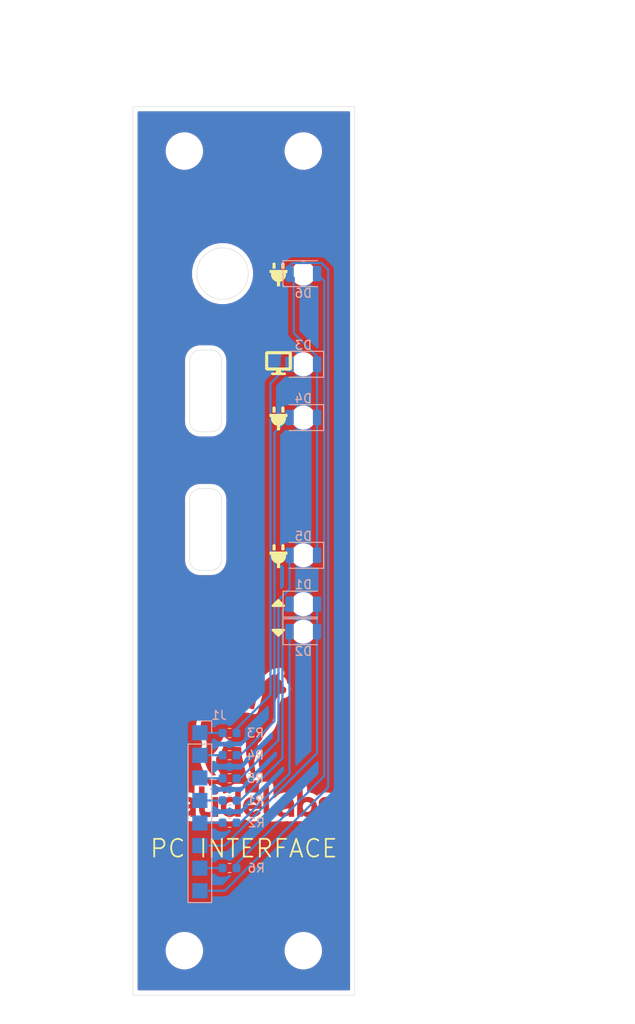
<source format=kicad_pcb>
(kicad_pcb (version 20171130) (host pcbnew 5.1.5+dfsg1-2build2)
  (title_block (title "Alpha Card PC Interface Front Panel") (date 2020-04-24) (rev 1) (company Halidelabs) (comment 1 halidelabs.eu) (comment 2 contact@halidelabs.eu))
  (layers (0 F.Cu signal) (31 B.Cu signal) (34 B.Paste user) (35 F.Paste user) (36 B.SilkS user) (37 F.SilkS user) (38 B.Mask user) (39 F.Mask user) (44 Edge.Cuts user))
  (net 0 "")
  (net 1 /FT_PB_5V)
  (net 2 "Net-(D1-Pad1)")
  (net 3 "Net-(D2-Pad1)")
  (net 4 GND)
  (net 5 "Net-(D3-Pad2)")
  (net 6 "Net-(D4-Pad2)")
  (net 7 "Net-(D5-Pad2)")
  (net 8 "Net-(D6-Pad2)")
  (net 9 /FT_TXLED)
  (net 10 /FT_RXLED)
  (net 11 /USBC_IO_PWR_CONN_VBUS)
  (net 12 /USB_A_PWR_OK)
  (net 13 /USB_B_PWR_OK)
  (net 14 /JACK_PWR_OK)
  (module LED_SMD:LED_1206_3216Metric_ReverseMount_Hole1.8x2.4mm (layer B.Cu) (at 149.2 67.8)
    (fp_text reference D6 (at 0 2.2) (layer B.SilkS) (effects (justify mirror)))
    (fp_text value LED)
    (pad 1 smd roundrect (at -1.55 0) (size 0.95 1.75) (layers B.Cu B.Paste B.Mask) (roundrect_rratio 0.2) (net 4 GND))
    (pad 2 smd roundrect (at 1.55 0) (size 0.95 1.75) (layers B.Cu B.Paste B.Mask) (roundrect_rratio 0.2) (net 8 "Net-(D6-Pad2)"))
    (pad "" np_thru_hole circle (at 0 0) (size 1.7 1.7) (drill 1.7) (layers *.Cu *.Mask))
  )
  (module LED_SMD:LED_1206_3216Metric_ReverseMount_Hole1.8x2.4mm (layer B.Cu) (at 149.2 99.5 180)
    (fp_text reference D5 (at 0 2.145) (layer B.SilkS) (effects (justify mirror)))
    (fp_text value LED)
    (pad 1 smd roundrect (at -1.55 0 180) (size 0.95 1.75) (layers B.Cu B.Paste B.Mask) (roundrect_rratio 0.2) (net 4 GND))
    (pad 2 smd roundrect (at 1.55 0 180) (size 0.95 1.75) (layers B.Cu B.Paste B.Mask) (roundrect_rratio 0.2) (net 7 "Net-(D5-Pad2)"))
    (pad "" np_thru_hole circle (at 0 0 180) (size 1.7 1.7) (drill 1.7) (layers *.Cu *.Mask))
  )
  (module LED_SMD:LED_1206_3216Metric_ReverseMount_Hole1.8x2.4mm (layer B.Cu) (at 149.2 78 180)
    (fp_text reference D3 (at 0 2.145) (layer B.SilkS) (effects (justify mirror)))
    (fp_text value LED)
    (pad 1 smd roundrect (at -1.55 0 180) (size 0.95 1.75) (layers B.Cu B.Paste B.Mask) (roundrect_rratio 0.2) (net 4 GND))
    (pad 2 smd roundrect (at 1.55 0 180) (size 0.95 1.75) (layers B.Cu B.Paste B.Mask) (roundrect_rratio 0.2) (net 5 "Net-(D3-Pad2)"))
    (pad "" np_thru_hole circle (at 0 0 180) (size 1.7 1.7) (drill 1.7) (layers *.Cu *.Mask))
  )
  (module LED_SMD:LED_1206_3216Metric_ReverseMount_Hole1.8x2.4mm (layer B.Cu) (at 149.2 84 180)
    (fp_text reference D4 (at 0 2.145) (layer B.SilkS) (effects (justify mirror)))
    (fp_text value LED)
    (pad "" np_thru_hole circle (at 0 0 180) (size 1.7 1.7) (drill 1.7) (layers *.Cu *.Mask))
    (pad 2 smd roundrect (at 1.55 0 180) (size 0.95 1.75) (layers B.Cu B.Paste B.Mask) (roundrect_rratio 0.2) (net 6 "Net-(D4-Pad2)"))
    (pad 1 smd roundrect (at -1.55 0 180) (size 0.95 1.75) (layers B.Cu B.Paste B.Mask) (roundrect_rratio 0.2) (net 4 GND))
  )
  (module LED_SMD:LED_1206_3216Metric_ReverseMount_Hole1.8x2.4mm (layer B.Cu) (at 149.2 108.1)
    (fp_text reference D2 (at 0 2.2) (layer B.SilkS) (effects (justify mirror)))
    (fp_text value LED)
    (pad "" np_thru_hole circle (at 0 0) (size 1.7 1.7) (drill 1.7) (layers *.Cu *.Mask))
    (pad 2 smd roundrect (at 1.55 0) (size 0.95 1.75) (layers B.Cu B.Paste B.Mask) (roundrect_rratio 0.2) (net 1 /FT_PB_5V))
    (pad 1 smd roundrect (at -1.55 0) (size 0.95 1.75) (layers B.Cu B.Paste B.Mask) (roundrect_rratio 0.2) (net 3 "Net-(D2-Pad1)"))
  )
  (module LED_SMD:LED_1206_3216Metric_ReverseMount_Hole1.8x2.4mm (layer B.Cu) (at 149.2 105)
    (fp_text reference D1 (at 0 -2.2) (layer B.SilkS) (effects (justify mirror)))
    (fp_text value LED)
    (pad "" np_thru_hole circle (at 0 0) (size 1.7 1.7) (drill 1.7) (layers *.Cu *.Mask))
    (pad 2 smd roundrect (at 1.55 0) (size 0.95 1.75) (layers B.Cu B.Paste B.Mask) (roundrect_rratio 0.2) (net 1 /FT_PB_5V))
    (pad 1 smd roundrect (at -1.55 0) (size 0.95 1.75) (layers B.Cu B.Paste B.Mask) (roundrect_rratio 0.2) (net 2 "Net-(D1-Pad1)"))
  )
  (module Connector_PinHeader_2.54mm:PinHeader_1x08_P2.54mm_Vertical (layer B.Cu) (at 137.55 119.475 180)
    (fp_text reference J1 (at -2.15 1.975) (layer B.SilkS) (effects (justify mirror)))
    (fp_text value Conn_01x08)
    (pad 1 smd rect (at 0 0 180) (size 1.7 1.7) (layers B.Cu B.Paste B.Mask) (net 11 /USBC_IO_PWR_CONN_VBUS))
    (pad 2 smd rect (at 0 -2.54 180) (size 1.7 1.7) (layers B.Cu B.Paste B.Mask) (net 12 /USB_A_PWR_OK))
    (pad 3 smd rect (at 0 -5.08 180) (size 1.7 1.7) (layers B.Cu B.Paste B.Mask) (net 13 /USB_B_PWR_OK))
    (pad 4 smd rect (at 0 -7.62 180) (size 1.7 1.7) (layers B.Cu B.Paste B.Mask) (net 9 /FT_TXLED))
    (pad 5 smd rect (at 0 -10.16 180) (size 1.7 1.7) (layers B.Cu B.Paste B.Mask) (net 10 /FT_RXLED))
    (pad 6 smd rect (at 0 -12.7 180) (size 1.7 1.7) (layers B.Cu B.Paste B.Mask) (net 1 /FT_PB_5V))
    (pad 7 smd rect (at 0 -15.24 180) (size 1.7 1.7) (layers B.Cu B.Paste B.Mask) (net 14 /JACK_PWR_OK))
    (pad 8 smd rect (at 0 -17.78 180) (size 1.7 1.7) (layers B.Cu B.Paste B.Mask) (net 4 GND))
  )
  (module kicad-lib:halidelabs-logo-full (layer F.Cu) (at 142.5 120.8)
    (fp_text reference G*** hide)
    (fp_text value LOGO hide)
    (fp_poly (pts (xy -6.065174 5.919574) (xy -5.923049 5.952447) (xy -5.919479 5.953675) (xy -5.771943 6.028507) (xy -5.636206 6.140607) (xy -5.52683 6.276516) (xy -5.482853 6.35727) (xy -5.466345 6.395383) (xy -5.453116 6.432745) (xy -5.442736 6.475389) (xy -5.434772 6.529351) (xy -5.428793 6.600663) (xy -5.424366 6.69536) (xy -5.421059 6.819476) (xy -5.418441 6.979044) (xy -5.416081 7.180099) (xy -5.414753 7.30885) (xy -5.406465 8.128) (xy -6.0198 8.128) (xy -6.0198 7.922214) (xy -6.107923 7.989428) (xy -6.235899 8.061704) (xy -6.396341 8.114332) (xy -6.573984 8.145065) (xy -6.753567 8.151656) (xy -6.919827 8.13186) (xy -6.975683 8.117156) (xy -7.130769 8.045523) (xy -7.247904 7.940607) (xy -7.325625 7.804473) (xy -7.362468 7.639184) (xy -7.365443 7.56753) (xy -7.361787 7.536272) (xy -6.752551 7.536272) (xy -6.719294 7.605151) (xy -6.7056 7.62) (xy -6.642388 7.653852) (xy -6.548866 7.670445) (xy -6.442902 7.668639) (xy -6.34236 7.647295) (xy -6.332604 7.643784) (xy -6.2125 7.572436) (xy -6.116206 7.462812) (xy -6.051304 7.324771) (xy -6.03433 7.255841) (xy -6.025731 7.193713) (xy -6.033287 7.169153) (xy -6.060916 7.170422) (xy -6.062685 7.170896) (xy -6.106534 7.182004) (xy -6.186361 7.201524) (xy -6.28871 7.226179) (xy -6.35 7.240807) (xy -6.473261 7.272709) (xy -6.559379 7.302624) (xy -6.621437 7.336188) (xy -6.672517 7.37904) (xy -6.67385 7.380363) (xy -6.737572 7.462621) (xy -6.752551 7.536272) (xy -7.361787 7.536272) (xy -7.344279 7.386589) (xy -7.281128 7.232752) (xy -7.174495 7.103732) (xy -7.022889 6.997241) (xy -6.978333 6.974138) (xy -6.902374 6.943714) (xy -6.790922 6.907591) (xy -6.658293 6.870054) (xy -6.518802 6.835392) (xy -6.502739 6.831732) (xy -6.33873 6.793122) (xy -6.218385 6.759945) (xy -6.135299 6.729033) (xy -6.083069 6.697215) (xy -6.055292 6.661322) (xy -6.045564 6.618185) (xy -6.0452 6.605257) (xy -6.068406 6.527349) (xy -6.131451 6.464732) (xy -6.224477 6.422175) (xy -6.337624 6.404444) (xy -6.443444 6.412676) (xy -6.519786 6.442768) (xy -6.601391 6.498079) (xy -6.670468 6.564311) (xy -6.708844 6.625978) (xy -6.722455 6.641824) (xy -6.755649 6.646036) (xy -6.818216 6.638221) (xy -6.919951 6.61799) (xy -6.922477 6.617451) (xy -7.046314 6.590718) (xy -7.128858 6.571063) (xy -7.178483 6.554905) (xy -7.203565 6.538661) (xy -7.212479 6.51875) (xy -7.2136 6.492961) (xy -7.192039 6.405258) (xy -7.133111 6.305028) (xy -7.045447 6.201299) (xy -6.937679 6.103098) (xy -6.818441 6.019454) (xy -6.707616 5.963749) (xy -6.572791 5.926827) (xy -6.408483 5.907) (xy -6.233132 5.904504) (xy -6.065174 5.919574)) (layer F.Cu) (width 0.01))
    (fp_poly (pts (xy -4.4196 6.087003) (xy -4.416756 6.386893) (xy -4.414101 6.640117) (xy -4.411461 6.850806) (xy -4.408659 7.023094) (xy -4.40552 7.161111) (xy -4.401868 7.268992) (xy -4.397529 7.350867) (xy -4.392327 7.41087) (xy -4.386086 7.453132) (xy -4.378632 7.481785) (xy -4.369787 7.500962) (xy -4.359378 7.514796) (xy -4.358963 7.515256) (xy -4.318891 7.548801) (xy -4.263309 7.572422) (xy -4.182672 7.588232) (xy -4.067434 7.598347) (xy -3.9624 7.603125) (xy -3.7719 7.60991) (xy -3.751364 7.860187) (xy -3.742953 7.981824) (xy -3.741845 8.061749) (xy -3.748442 8.108581) (xy -3.763149 8.130939) (xy -3.764064 8.131543) (xy -3.805001 8.14099) (xy -3.885504 8.147309) (xy -3.994445 8.150657) (xy -4.120696 8.151191) (xy -4.253131 8.149069) (xy -4.380621 8.144448) (xy -4.492039 8.137485) (xy -4.576257 8.128338) (xy -4.616733 8.119494) (xy -4.761144 8.041085) (xy -4.876097 7.921291) (xy -4.961591 7.760112) (xy -5.017624 7.557551) (xy -5.030126 7.478028) (xy -5.036228 7.402926) (xy -5.04131 7.280797) (xy -5.045321 7.115404) (xy -5.048214 6.910512) (xy -5.04994 6.669882) (xy -5.050451 6.397281) (xy -5.049699 6.096469) (xy -5.049181 5.9944) (xy -5.0419 4.7117) (xy -4.4323 4.7117) (xy -4.4196 6.087003)) (layer F.Cu) (width 0.01))
    (fp_poly (pts (xy -0.3556 8.128) (xy -0.962134 8.128) (xy -0.9779 7.94914) (xy -1.067495 8.010242) (xy -1.228731 8.091985) (xy -1.415392 8.139761) (xy -1.613623 8.15182) (xy -1.809571 8.126415) (xy -1.866264 8.111096) (xy -2.065462 8.024563) (xy -2.237326 7.898036) (xy -2.378757 7.736167) (xy -2.48666 7.543608) (xy -2.557934 7.325011) (xy -2.589483 7.085027) (xy -2.5908 7.0231) (xy -2.585748 6.964455) (xy -1.981641 6.964455) (xy -1.978589 7.120477) (xy -1.944423 7.269009) (xy -1.878931 7.397979) (xy -1.821859 7.463415) (xy -1.696986 7.545146) (xy -1.550985 7.584785) (xy -1.394233 7.580091) (xy -1.339156 7.567672) (xy -1.217272 7.509966) (xy -1.110715 7.415168) (xy -1.034447 7.296982) (xy -1.028543 7.283126) (xy -0.995693 7.153874) (xy -0.986766 7.003731) (xy -1.00176 6.856622) (xy -1.028543 6.763073) (xy -1.10564 6.634081) (xy -1.213373 6.538473) (xy -1.342157 6.478603) (xy -1.482406 6.456823) (xy -1.624535 6.475486) (xy -1.758961 6.536944) (xy -1.806226 6.572175) (xy -1.895247 6.678232) (xy -1.953789 6.813017) (xy -1.981641 6.964455) (xy -2.585748 6.964455) (xy -2.569254 6.772994) (xy -2.505977 6.546144) (xy -2.403011 6.346051) (xy -2.262399 6.176219) (xy -2.086183 6.040151) (xy -1.986299 5.986315) (xy -1.899723 5.947731) (xy -1.827382 5.923853) (xy -1.751434 5.911212) (xy -1.654036 5.906335) (xy -1.571837 5.905686) (xy -1.454602 5.906831) (xy -1.370634 5.913025) (xy -1.302413 5.928086) (xy -1.23242 5.955834) (xy -1.146387 5.998417) (xy -0.9652 6.091335) (xy -0.9652 4.9276) (xy -0.3556 4.9276) (xy -0.3556 8.128)) (layer F.Cu) (width 0.01))
    (fp_poly (pts (xy 1.07391 5.906834) (xy 1.241617 5.927084) (xy 1.376721 5.964719) (xy 1.554116 6.062017) (xy 1.707258 6.199216) (xy 1.832427 6.369752) (xy 1.925904 6.567059) (xy 1.983968 6.784575) (xy 2.002899 7.015734) (xy 2.001471 7.067192) (xy 1.9939 7.2263) (xy 1.263332 7.23304) (xy 0.532765 7.23978) (xy 0.584384 7.340961) (xy 0.668564 7.45446) (xy 0.781675 7.533944) (xy 0.913441 7.577699) (xy 1.053585 7.584009) (xy 1.191828 7.551159) (xy 1.317894 7.477434) (xy 1.331798 7.465686) (xy 1.418329 7.389711) (xy 1.661664 7.510588) (xy 1.761195 7.562636) (xy 1.841047 7.609354) (xy 1.891759 7.644891) (xy 1.905 7.661085) (xy 1.884685 7.711936) (xy 1.830013 7.780087) (xy 1.750389 7.85704) (xy 1.655222 7.934303) (xy 1.553916 8.003378) (xy 1.480993 8.044) (xy 1.381372 8.090818) (xy 1.301267 8.119711) (xy 1.220424 8.135514) (xy 1.118592 8.143067) (xy 1.057534 8.145148) (xy 0.919589 8.144175) (xy 0.796156 8.134367) (xy 0.708468 8.117999) (xy 0.493326 8.030941) (xy 0.305778 7.904491) (xy 0.149524 7.744087) (xy 0.028261 7.555166) (xy -0.054311 7.343165) (xy -0.094494 7.11352) (xy -0.094877 6.936996) (xy -0.073127 6.8072) (xy 0.536042 6.8072) (xy 1.419757 6.8072) (xy 1.392909 6.730184) (xy 1.329731 6.621014) (xy 1.230114 6.532473) (xy 1.106977 6.473177) (xy 0.97534 6.451741) (xy 0.860452 6.472571) (xy 0.745037 6.528584) (xy 0.644576 6.609196) (xy 0.574549 6.70382) (xy 0.56125 6.734887) (xy 0.536042 6.8072) (xy -0.073127 6.8072) (xy -0.055194 6.700186) (xy 0.027171 6.483434) (xy 0.148523 6.291998) (xy 0.30517 6.131139) (xy 0.493418 6.006115) (xy 0.589787 5.962014) (xy 0.729243 5.924234) (xy 0.896868 5.905862) (xy 1.07391 5.906834)) (layer F.Cu) (width 0.01))
    (fp_poly (pts (xy 2.820833 6.02615) (xy 2.82131 6.337001) (xy 2.822233 6.601067) (xy 2.823932 6.822365) (xy 2.826734 7.00491) (xy 2.830968 7.152716) (xy 2.836962 7.269801) (xy 2.845045 7.360178) (xy 2.855544 7.427864) (xy 2.868789 7.476873) (xy 2.885108 7.511223) (xy 2.904828 7.534927) (xy 2.928279 7.552002) (xy 2.9464 7.561813) (xy 3.004427 7.577633) (xy 3.09967 7.58887) (xy 3.218638 7.594048) (xy 3.242682 7.594225) (xy 3.475465 7.5946) (xy 3.491211 7.79145) (xy 3.500257 7.896036) (xy 3.509474 7.988851) (xy 3.517018 8.051487) (xy 3.517684 8.055852) (xy 3.512886 8.117297) (xy 3.489328 8.138402) (xy 3.436795 8.147556) (xy 3.345501 8.152819) (xy 3.227311 8.15451) (xy 3.094088 8.152943) (xy 2.957697 8.148436) (xy 2.830003 8.141304) (xy 2.722869 8.131864) (xy 2.64816 8.120432) (xy 2.630368 8.1155) (xy 2.524049 8.06887) (xy 2.442972 8.0086) (xy 2.374354 7.922452) (xy 2.3114 7.810135) (xy 2.2225 7.634003) (xy 2.214996 6.166501) (xy 2.207492 4.699) (xy 2.8194 4.699) (xy 2.820833 6.02615)) (layer F.Cu) (width 0.01))
    (fp_poly (pts (xy 5.068015 5.929354) (xy 5.162402 5.956849) (xy 5.30605 6.030625) (xy 5.437929 6.141296) (xy 5.543644 6.275028) (xy 5.592458 6.370124) (xy 5.608656 6.412607) (xy 5.621621 6.454574) (xy 5.631787 6.502226) (xy 5.639588 6.561763) (xy 5.645457 6.639386) (xy 5.649828 6.741296) (xy 5.653134 6.873694) (xy 5.65581 7.042779) (xy 5.658288 7.254754) (xy 5.658994 7.32155) (xy 5.667425 8.128) (xy 5.0546 8.128) (xy 5.0546 8.022463) (xy 5.052935 7.95772) (xy 5.044014 7.935315) (xy 5.021943 7.946804) (xy 5.009461 7.957776) (xy 4.963034 7.989682) (xy 4.887545 8.031698) (xy 4.812611 8.068457) (xy 4.720226 8.106034) (xy 4.630767 8.128938) (xy 4.524213 8.141226) (xy 4.4323 8.145574) (xy 4.273329 8.144323) (xy 4.146625 8.13026) (xy 4.095033 8.117499) (xy 3.944178 8.044268) (xy 3.827022 7.93788) (xy 3.746308 7.80545) (xy 3.704775 7.654098) (xy 3.705166 7.490941) (xy 3.708665 7.477903) (xy 4.326991 7.477903) (xy 4.330008 7.557885) (xy 4.3688 7.62) (xy 4.432006 7.653848) (xy 4.525534 7.670445) (xy 4.631524 7.668649) (xy 4.73212 7.647319) (xy 4.741796 7.643842) (xy 4.852913 7.577059) (xy 4.946752 7.472893) (xy 5.012105 7.344399) (xy 5.019878 7.320036) (xy 5.039773 7.244041) (xy 5.049699 7.190394) (xy 5.04895 7.174083) (xy 5.019411 7.173857) (xy 4.953087 7.185596) (xy 4.861713 7.206228) (xy 4.757028 7.232679) (xy 4.650768 7.261876) (xy 4.554671 7.290746) (xy 4.480473 7.316216) (xy 4.444168 7.332431) (xy 4.365979 7.399188) (xy 4.326991 7.477903) (xy 3.708665 7.477903) (xy 3.75022 7.323098) (xy 3.771137 7.276383) (xy 3.830132 7.176507) (xy 3.904523 7.09308) (xy 4.000861 7.022482) (xy 4.125696 6.961095) (xy 4.285577 6.905297) (xy 4.487054 6.851471) (xy 4.578584 6.830172) (xy 4.742539 6.79134) (xy 4.862605 6.757626) (xy 4.945044 6.726038) (xy 4.996115 6.693588) (xy 5.02208 6.657285) (xy 5.0292 6.614959) (xy 5.005945 6.535094) (xy 4.943042 6.469861) (xy 4.850784 6.424584) (xy 4.739462 6.404587) (xy 4.636247 6.411683) (xy 4.547764 6.444245) (xy 4.46311 6.501167) (xy 4.400034 6.56885) (xy 4.3803 6.607779) (xy 4.37245 6.630011) (xy 4.360163 6.643875) (xy 4.335312 6.648947) (xy 4.289772 6.644803) (xy 4.215416 6.631021) (xy 4.104118 6.607178) (xy 4.021904 6.589114) (xy 3.928853 6.567846) (xy 3.876038 6.550941) (xy 3.854039 6.532044) (xy 3.853435 6.504797) (xy 3.859985 6.47984) (xy 3.924947 6.33416) (xy 4.029533 6.19497) (xy 4.162897 6.074558) (xy 4.283724 5.999652) (xy 4.458335 5.935798) (xy 4.658063 5.902271) (xy 4.866694 5.899859) (xy 5.068015 5.929354)) (layer F.Cu) (width 0.01))
    (fp_poly (pts (xy 6.623524 5.517062) (xy 6.630348 6.093825) (xy 6.722498 6.03129) (xy 6.892533 5.945362) (xy 7.080751 5.901164) (xy 7.278458 5.897318) (xy 7.47696 5.932448) (xy 7.667562 6.005177) (xy 7.841569 6.114127) (xy 7.964398 6.228003) (xy 8.066719 6.369383) (xy 8.152879 6.543059) (xy 8.21499 6.731208) (xy 8.237684 6.845383) (xy 8.24889 7.073506) (xy 8.219137 7.296414) (xy 8.15207 7.507044) (xy 8.051335 7.698335) (xy 7.920575 7.863224) (xy 7.763437 7.99465) (xy 7.600865 8.079108) (xy 7.498143 8.108605) (xy 7.370445 8.130804) (xy 7.234067 8.144384) (xy 7.105304 8.148024) (xy 7.000453 8.140402) (xy 6.959435 8.131113) (xy 6.867578 8.094328) (xy 6.771305 8.045538) (xy 6.693023 7.996499) (xy 6.67385 7.9813) (xy 6.64483 7.960248) (xy 6.632296 7.972022) (xy 6.62942 8.025018) (xy 6.6294 8.035945) (xy 6.6294 8.129563) (xy 6.31825 8.122431) (xy 6.0071 8.1153) (xy 6.0071 7.076559) (xy 6.629282 7.076559) (xy 6.657263 7.224929) (xy 6.715782 7.358563) (xy 6.802839 7.46819) (xy 6.91644 7.544541) (xy 6.9469 7.556698) (xy 7.067959 7.58807) (xy 7.179298 7.587618) (xy 7.271444 7.567672) (xy 7.404647 7.505856) (xy 7.509157 7.405164) (xy 7.58166 7.270727) (xy 7.618842 7.107673) (xy 7.623175 7.0231) (xy 7.615765 6.916118) (xy 7.596696 6.812026) (xy 7.580858 6.761204) (xy 7.50704 6.637083) (xy 7.403493 6.544384) (xy 7.279809 6.484555) (xy 7.145577 6.459041) (xy 7.010389 6.469288) (xy 6.883835 6.516742) (xy 6.775505 6.602848) (xy 6.74852 6.635723) (xy 6.672913 6.772686) (xy 6.633833 6.922721) (xy 6.629282 7.076559) (xy 6.0071 7.076559) (xy 6.0071 4.9403) (xy 6.6167 4.9403) (xy 6.623524 5.517062)) (layer F.Cu) (width 0.01))
    (fp_poly (pts (xy 9.395388 5.908332) (xy 9.486291 5.916876) (xy 9.560921 5.934567) (xy 9.636492 5.964382) (xy 9.653159 5.972027) (xy 9.830584 6.076198) (xy 9.963052 6.202241) (xy 10.034182 6.314341) (xy 10.06378 6.382036) (xy 10.078377 6.428933) (xy 10.077825 6.440641) (xy 10.049715 6.452493) (xy 9.984391 6.474296) (xy 9.893543 6.502239) (xy 9.845432 6.516386) (xy 9.62483 6.580341) (xy 9.540166 6.49057) (xy 9.485856 6.438284) (xy 9.436716 6.411498) (xy 9.371524 6.401847) (xy 9.31245 6.4008) (xy 9.215983 6.406243) (xy 9.153365 6.425377) (xy 9.1186 6.4516) (xy 9.078843 6.502208) (xy 9.069908 6.548118) (xy 9.095279 6.592472) (xy 9.158438 6.638414) (xy 9.262871 6.689089) (xy 9.41206 6.747638) (xy 9.469861 6.768565) (xy 9.685213 6.852896) (xy 9.854298 6.937541) (xy 9.981485 7.02689) (xy 10.071144 7.125332) (xy 10.127645 7.237254) (xy 10.155355 7.367047) (xy 10.16 7.461797) (xy 10.136268 7.63801) (xy 10.067108 7.794919) (xy 9.955574 7.92839) (xy 9.80472 8.034292) (xy 9.7028 8.080549) (xy 9.558845 8.119167) (xy 9.387347 8.140575) (xy 9.208911 8.14377) (xy 9.044138 8.127751) (xy 8.985506 8.115445) (xy 8.883118 8.08468) (xy 8.782483 8.046878) (xy 8.736711 8.025946) (xy 8.639077 7.966256) (xy 8.545939 7.892129) (xy 8.464864 7.811975) (xy 8.403417 7.734202) (xy 8.369163 7.667218) (xy 8.369668 7.619432) (xy 8.370182 7.618571) (xy 8.398686 7.596439) (xy 8.461568 7.55882) (xy 8.547466 7.512333) (xy 8.58882 7.491179) (xy 8.7918 7.389123) (xy 8.878666 7.465392) (xy 9.006884 7.545255) (xy 9.159544 7.585387) (xy 9.307795 7.585237) (xy 9.412828 7.560475) (xy 9.48496 7.517854) (xy 9.517443 7.462643) (xy 9.514538 7.423852) (xy 9.500862 7.394737) (xy 9.475009 7.368553) (xy 9.429364 7.341329) (xy 9.356314 7.309094) (xy 9.248244 7.267879) (xy 9.141568 7.229377) (xy 9.024246 7.185869) (xy 8.912412 7.141537) (xy 8.823007 7.103213) (xy 8.791264 7.088061) (xy 8.637341 6.985741) (xy 8.525269 6.861027) (xy 8.456158 6.720256) (xy 8.431124 6.569766) (xy 8.451278 6.415893) (xy 8.517735 6.264973) (xy 8.623252 6.13163) (xy 8.734878 6.034916) (xy 8.852797 5.968221) (xy 8.988746 5.927457) (xy 9.154461 5.908534) (xy 9.271 5.905958) (xy 9.395388 5.908332)) (layer F.Cu) (width 0.01))
    (fp_poly (pts (xy -9.525 6.223) (xy -8.2804 6.223) (xy -8.2804 4.953) (xy -7.62 4.953) (xy -7.62 8.128) (xy -8.2804 8.128) (xy -8.2804 6.858) (xy -9.525 6.858) (xy -9.525 8.128) (xy -10.16 8.128) (xy -10.16 4.953) (xy -9.525 4.953) (xy -9.525 6.223)) (layer F.Cu) (width 0.01))
    (fp_poly (pts (xy -2.8956 8.128) (xy -3.5052 8.128) (xy -3.5052 5.9182) (xy -2.8956 5.9182) (xy -2.8956 8.128)) (layer F.Cu) (width 0.01))
    (fp_poly (pts (xy -3.10715 4.963697) (xy -3.000961 5.010686) (xy -2.918689 5.102022) (xy -2.893376 5.148094) (xy -2.857417 5.273577) (xy -2.868429 5.393597) (xy -2.922976 5.498991) (xy -3.017625 5.580595) (xy -3.064149 5.603777) (xy -3.175613 5.634615) (xy -3.280745 5.624737) (xy -3.34595 5.601142) (xy -3.438399 5.534562) (xy -3.501442 5.432863) (xy -3.529556 5.305761) (xy -3.530506 5.276476) (xy -3.523909 5.1906) (xy -3.496792 5.12587) (xy -3.447178 5.064424) (xy -3.378959 5.00219) (xy -3.306705 4.970622) (xy -3.240181 4.959466) (xy -3.10715 4.963697)) (layer F.Cu) (width 0.01))
    (fp_poly (pts (xy 3.994175 -8.123049) (xy 4.030833 -8.103874) (xy 4.046072 -8.063993) (xy 4.040399 -7.996927) (xy 4.014321 -7.896194) (xy 3.968346 -7.755312) (xy 3.965434 -7.746807) (xy 3.925945 -7.630749) (xy 3.893277 -7.533053) (xy 3.870561 -7.463206) (xy 3.860928 -7.430697) (xy 3.8608 -7.429732) (xy 3.881266 -7.412227) (xy 3.933108 -7.381515) (xy 3.964925 -7.364712) (xy 4.062841 -7.303419) (xy 4.165034 -7.221252) (xy 4.25661 -7.131791) (xy 4.322675 -7.048614) (xy 4.33519 -7.027118) (xy 4.367244 -6.929265) (xy 4.369725 -6.82992) (xy 4.343014 -6.747925) (xy 4.329162 -6.729301) (xy 4.299517 -6.689464) (xy 4.294872 -6.669872) (xy 4.319265 -6.652257) (xy 4.376001 -6.613355) (xy 4.455099 -6.559975) (xy 4.501309 -6.529052) (xy 4.640897 -6.429061) (xy 4.734075 -6.346074) (xy 4.78189 -6.278968) (xy 4.785388 -6.226619) (xy 4.784581 -6.224726) (xy 4.771926 -6.177945) (xy 4.758815 -6.100988) (xy 4.751887 -6.0452) (xy 4.738698 -5.958939) (xy 4.718149 -5.909349) (xy 4.684064 -5.882314) (xy 4.679718 -5.880328) (xy 4.629586 -5.844436) (xy 4.608901 -5.812824) (xy 4.592373 -5.781398) (xy 4.560592 -5.758374) (xy 4.505745 -5.741872) (xy 4.420016 -5.730014) (xy 4.295593 -5.72092) (xy 4.207993 -5.716423) (xy 4.076642 -5.709227) (xy 3.986694 -5.701046) (xy 3.928759 -5.690108) (xy 3.893446 -5.674646) (xy 3.871443 -5.652996) (xy 3.842386 -5.592211) (xy 3.8354 -5.552395) (xy 3.824936 -5.509766) (xy 3.796531 -5.432877) (xy 3.754657 -5.333055) (xy 3.709359 -5.233399) (xy 3.663622 -5.133963) (xy 3.628266 -5.048833) (xy 3.600221 -4.966763) (xy 3.576415 -4.876504) (xy 3.553779 -4.766807) (xy 3.52924 -4.626424) (xy 3.507992 -4.4958) (xy 3.480298 -4.309989) (xy 3.453392 -4.106148) (xy 3.429587 -3.90344) (xy 3.411197 -3.721028) (xy 3.404231 -3.636318) (xy 3.362471 -3.222584) (xy 3.300796 -2.85067) (xy 3.219551 -2.522056) (xy 3.119079 -2.238224) (xy 3.041624 -2.074684) (xy 2.992203 -1.996188) (xy 2.917498 -1.894725) (xy 2.827784 -1.783603) (xy 2.736637 -1.679712) (xy 2.563519 -1.47844) (xy 2.402793 -1.266716) (xy 2.262426 -1.056124) (xy 2.150385 -0.858246) (xy 2.104518 -0.760874) (xy 2.057472 -0.658789) (xy 2.008743 -0.564439) (xy 1.967961 -0.496328) (xy 1.963702 -0.490306) (xy 1.901455 -0.414263) (xy 1.82723 -0.336842) (xy 1.75352 -0.269829) (xy 1.69282 -0.225013) (xy 1.671619 -0.214729) (xy 1.648178 -0.20125) (xy 1.627352 -0.17343) (xy 1.607656 -0.125546) (xy 1.587604 -0.051878) (xy 1.565712 0.053296) (xy 1.540494 0.195699) (xy 1.510465 0.38105) (xy 1.500513 0.4445) (xy 1.473234 0.613984) (xy 1.447364 0.759596) (xy 1.420119 0.8929) (xy 1.388715 1.025458) (xy 1.350368 1.168834) (xy 1.302294 1.334591) (xy 1.24171 1.534293) (xy 1.225325 1.5875) (xy 1.178935 1.794218) (xy 1.162549 2.021051) (xy 1.176088 2.275199) (xy 1.215031 2.54) (xy 1.238903 2.678174) (xy 1.260779 2.819129) (xy 1.27775 2.943371) (xy 1.285149 3.0099) (xy 1.300938 3.123416) (xy 1.329539 3.215626) (xy 1.379857 3.312549) (xy 1.400141 3.345827) (xy 1.44797 3.42433) (xy 1.482977 3.485007) (xy 1.498388 3.516063) (xy 1.4986 3.517277) (xy 1.474689 3.521987) (xy 1.408909 3.525966) (xy 1.310192 3.528891) (xy 1.187465 3.530438) (xy 1.1303 3.5306) (xy 0.986885 3.530365) (xy 0.88657 3.528863) (xy 0.821654 3.5249) (xy 0.784436 3.517281) (xy 0.767217 3.504809) (xy 0.762295 3.486291) (xy 0.762039 3.47345) (xy 0.773324 3.412986) (xy 0.800987 3.338852) (xy 0.806489 3.3274) (xy 0.829071 3.278544) (xy 0.83608 3.239909) (xy 0.825219 3.195613) (xy 0.79419 3.129776) (xy 0.771583 3.0861) (xy 0.716846 2.966082) (xy 0.67018 2.828785) (xy 0.628924 2.664463) (xy 0.590417 2.463368) (xy 0.573744 2.361269) (xy 0.549692 2.234221) (xy 0.514463 2.080892) (xy 0.47332 1.923071) (xy 0.441841 1.815169) (xy 0.385105 1.626681) (xy 0.342547 1.470085) (xy 0.31111 1.32949) (xy 0.287736 1.189001) (xy 0.269368 1.032726) (xy 0.252947 0.844771) (xy 0.25144 0.8255) (xy 0.242043 0.666455) (xy 0.23687 0.494309) (xy 0.235746 0.319686) (xy 0.238494 0.15321) (xy 0.244938 0.005507) (xy 0.254902 -0.112798) (xy 0.26821 -0.191081) (xy 0.268286 -0.191357) (xy 0.27166 -0.209036) (xy 0.266392 -0.221969) (xy 0.246045 -0.230709) (xy 0.204182 -0.23581) (xy 0.134366 -0.237825) (xy 0.030159 -0.237308) (xy -0.114876 -0.234812) (xy -0.213844 -0.232807) (xy -0.468037 -0.230424) (xy -0.683098 -0.235369) (xy -0.870302 -0.248662) (xy -1.040922 -0.271323) (xy -1.206234 -0.304371) (xy -1.319656 -0.332838) (xy -1.533723 -0.406233) (xy -1.731754 -0.504734) (xy -1.905652 -0.622604) (xy -2.04732 -0.754105) (xy -2.148658 -0.893499) (xy -2.169524 -0.934974) (xy -2.217882 -1.042212) (xy -2.298781 -0.827146) (xy -2.368963 -0.661842) (xy -2.44749 -0.526749) (xy -2.547574 -0.401512) (xy -2.631241 -0.31497) (xy -2.681874 -0.261648) (xy -2.717759 -0.210586) (xy -2.745248 -0.148031) (xy -2.770693 -0.060232) (xy -2.793687 0.036722) (xy -2.846098 0.229255) (xy -2.913091 0.398822) (xy -3.001197 0.556246) (xy -3.116949 0.712346) (xy -3.266878 0.877944) (xy -3.354148 0.9652) (xy -3.463288 1.081276) (xy -3.541772 1.191777) (xy -3.594145 1.308786) (xy -3.62495 1.444387) (xy -3.638733 1.610666) (xy -3.640721 1.7272) (xy -3.638587 1.852387) (xy -3.630904 1.974401) (xy -3.616219 2.105365) (xy -3.59308 2.257402) (xy -3.560037 2.442633) (xy -3.546427 2.5146) (xy -3.516553 2.670145) (xy -3.489157 2.81132) (xy -3.465938 2.929482) (xy -3.448595 3.015989) (xy -3.438828 3.062199) (xy -3.438278 3.064496) (xy -3.411116 3.112091) (xy -3.357518 3.170882) (xy -3.325345 3.198997) (xy -3.251947 3.268521) (xy -3.196151 3.341189) (xy -3.164618 3.405962) (xy -3.164012 3.451801) (xy -3.168807 3.458366) (xy -3.203317 3.468095) (xy -3.275549 3.474087) (xy -3.372509 3.475505) (xy -3.418618 3.474497) (xy -3.6449 3.4671) (xy -3.652558 3.388598) (xy -3.671039 3.330492) (xy -3.719431 3.25811) (xy -3.802785 3.16416) (xy -3.821339 3.144962) (xy -3.916187 3.037041) (xy -4.001262 2.91529) (xy -4.080377 2.772166) (xy -4.157348 2.600124) (xy -4.235987 2.391624) (xy -4.303091 2.192179) (xy -4.385988 1.920908) (xy -4.445513 1.685983) (xy -4.481615 1.478617) (xy -4.494241 1.290025) (xy -4.483338 1.111419) (xy -4.448853 0.934015) (xy -4.390735 0.749025) (xy -4.308931 0.547664) (xy -4.293047 0.51202) (xy -4.222436 0.336015) (xy -4.182037 0.180568) (xy -4.169187 0.02751) (xy -4.18122 -0.141328) (xy -4.1891 -0.196591) (xy -4.215722 -0.341618) (xy -4.253842 -0.513981) (xy -4.299756 -0.699691) (xy -4.349761 -0.884755) (xy -4.40015 -1.055184) (xy -4.447221 -1.196987) (xy -4.469467 -1.255529) (xy -4.511924 -1.375606) (xy -4.549554 -1.508692) (xy -4.571414 -1.611) (xy -4.597144 -1.73906) (xy -4.627264 -1.844728) (xy -4.658676 -1.919353) (xy -4.688278 -1.954284) (xy -4.694951 -1.9558) (xy -4.71801 -1.934179) (xy -4.737565 -1.88595) (xy -4.756237 -1.8161) (xy -4.789025 -1.8923) (xy -4.837574 -2.067131) (xy -4.843716 -2.259134) (xy -4.809983 -2.461795) (xy -4.738906 -2.668601) (xy -4.633018 -2.873035) (xy -4.49485 -3.068586) (xy -4.326936 -3.248737) (xy -4.228485 -3.334345) (xy -3.966491 -3.514447) (xy -3.66995 -3.662055) (xy -3.344037 -3.776339) (xy -2.993928 -3.856472) (xy -2.6248 -3.901623) (xy -2.241827 -3.910964) (xy -1.850186 -3.883667) (xy -1.455052 -3.818903) (xy -1.350119 -3.795285) (xy -1.118455 -3.740593) (xy -0.927378 -3.697059) (xy -0.768229 -3.663372) (xy -0.632348 -3.638225) (xy -0.511076 -3.620308) (xy -0.395753 -3.608313) (xy -0.277721 -3.600929) (xy -0.148318 -3.596848) (xy -0.0254 -3.595025) (xy 0.140839 -3.592689) (xy 0.270466 -3.588513) (xy 0.377665 -3.580778) (xy 0.476625 -3.567765) (xy 0.581532 -3.547755) (xy 0.706571 -3.519029) (xy 0.809455 -3.493857) (xy 0.961455 -3.457031) (xy 1.073456 -3.432236) (xy 1.15449 -3.418208) (xy 1.213587 -3.41368) (xy 1.25978 -3.417389) (xy 1.294966 -3.42587) (xy 1.388604 -3.462639) (xy 1.4649 -3.515235) (xy 1.527858 -3.590242) (xy 1.581481 -3.694249) (xy 1.629774 -3.833841) (xy 1.67674 -4.015605) (xy 1.690586 -4.0767) (xy 1.722625 -4.211634) (xy 1.765288 -4.377467) (xy 1.813886 -4.55666) (xy 1.863728 -4.731678) (xy 1.884169 -4.8006) (xy 1.928839 -4.949866) (xy 1.964777 -5.074041) (xy 1.993637 -5.182154) (xy 2.017075 -5.283234) (xy 2.036745 -5.386309) (xy 2.054302 -5.500408) (xy 2.0714 -5.634561) (xy 2.089695 -5.797795) (xy 2.110842 -5.99914) (xy 2.119886 -6.086717) (xy 2.149672 -6.35374) (xy 2.180836 -6.576365) (xy 2.216236 -6.760973) (xy 2.258725 -6.913946) (xy 2.311161 -7.041664) (xy 2.376398 -7.150508) (xy 2.457292 -7.246859) (xy 2.556699 -7.337098) (xy 2.677474 -7.427606) (xy 2.738745 -7.469578) (xy 2.863675 -7.558789) (xy 2.992512 -7.659677) (xy 3.108464 -7.758642) (xy 3.181529 -7.828179) (xy 3.281323 -7.924092) (xy 3.35539 -7.978906) (xy 3.406487 -7.993587) (xy 3.437372 -7.969101) (xy 3.449374 -7.921992) (xy 3.444808 -7.860851) (xy 3.424714 -7.776807) (xy 3.407364 -7.725359) (xy 3.383112 -7.654077) (xy 3.37238 -7.606584) (xy 3.375085 -7.594601) (xy 3.401475 -7.612384) (xy 3.452832 -7.659974) (xy 3.520915 -7.728735) (xy 3.597487 -7.810028) (xy 3.674307 -7.895216) (xy 3.743137 -7.97566) (xy 3.768786 -8.007351) (xy 3.833474 -8.080829) (xy 3.886136 -8.118157) (xy 3.93559 -8.128) (xy 3.994175 -8.123049)) (layer F.Cu) (width 0.01))
  )
  (module MountingHole:MountingHole_3.2mm_M3 (layer F.Cu) (at 149.2 54)
    (fp_text reference H1)
    (fp_text value MountingHole)
    (pad 1 np_thru_hole circle (at 0 0) (size 3.2 3.2) (drill 3.2) (layers *.Cu *.Mask))
  )
  (module MountingHole:MountingHole_3.2mm_M3 (layer F.Cu) (at 149.2 144)
    (fp_text reference H2)
    (fp_text value MountingHole)
    (pad 1 np_thru_hole circle (at 0 0) (size 3.2 3.2) (drill 3.2) (layers *.Cu *.Mask))
  )
  (module MountingHole:MountingHole_3.2mm_M3 (layer F.Cu) (at 135.8 54)
    (fp_text reference H3)
    (fp_text value MountingHole)
    (pad 1 np_thru_hole circle (at 0 0) (size 3.2 3.2) (drill 3.2) (layers *.Cu *.Mask))
  )
  (module MountingHole:MountingHole_3.2mm_M3 (layer F.Cu) (at 135.8 144)
    (fp_text reference H4)
    (fp_text value MountingHole)
    (pad 1 np_thru_hole circle (at 0 0) (size 3.2 3.2) (drill 3.2) (layers *.Cu *.Mask))
  )
  (module Resistor_SMD:R_0603_1608Metric (layer B.Cu) (at 140.8875 127.1)
    (fp_text reference R1 (at 2.9125 0) (layer B.SilkS) (effects (justify mirror)))
    (fp_text value R)
    (pad 1 smd roundrect (at -0.7875 0) (size 0.875 0.95) (layers B.Cu B.Paste B.Mask) (net 9 /FT_TXLED))
    (pad 2 smd roundrect (at 0.7875 0) (size 0.875 0.95) (layers B.Cu B.Paste B.Mask) (net 2 "Net-(D1-Pad1)"))
  )
  (module Resistor_SMD:R_0603_1608Metric (layer B.Cu) (at 140.8875 129.6)
    (fp_text reference R2 (at 3.0125 0) (layer B.SilkS) (effects (justify mirror)))
    (fp_text value R)
    (pad 2 smd roundrect (at 0.7875 0) (size 0.875 0.95) (layers B.Cu B.Paste B.Mask) (net 3 "Net-(D2-Pad1)"))
    (pad 1 smd roundrect (at -0.7875 0) (size 0.875 0.95) (layers B.Cu B.Paste B.Mask) (net 10 /FT_RXLED))
  )
  (module Resistor_SMD:R_0603_1608Metric (layer B.Cu) (at 140.8875 119.5)
    (fp_text reference R3 (at 2.9125 0) (layer B.SilkS) (effects (justify mirror)))
    (fp_text value R)
    (pad 2 smd roundrect (at 0.7875 0) (size 0.875 0.95) (layers B.Cu B.Paste B.Mask) (net 5 "Net-(D3-Pad2)"))
    (pad 1 smd roundrect (at -0.7875 0) (size 0.875 0.95) (layers B.Cu B.Paste B.Mask) (net 11 /USBC_IO_PWR_CONN_VBUS))
  )
  (module Resistor_SMD:R_0603_1608Metric (layer B.Cu) (at 140.8875 122)
    (fp_text reference R4 (at 2.9125 0) (layer B.SilkS) (effects (justify mirror)))
    (fp_text value R)
    (pad 1 smd roundrect (at -0.7875 0) (size 0.875 0.95) (layers B.Cu B.Paste B.Mask) (net 12 /USB_A_PWR_OK))
    (pad 2 smd roundrect (at 0.7875 0) (size 0.875 0.95) (layers B.Cu B.Paste B.Mask) (net 6 "Net-(D4-Pad2)"))
  )
  (module Resistor_SMD:R_0603_1608Metric (layer B.Cu) (at 140.8875 124.6)
    (fp_text reference R5 (at 2.9125 0) (layer B.SilkS) (effects (justify mirror)))
    (fp_text value R)
    (pad 2 smd roundrect (at 0.7875 0) (size 0.875 0.95) (layers B.Cu B.Paste B.Mask) (net 7 "Net-(D5-Pad2)"))
    (pad 1 smd roundrect (at -0.7875 0) (size 0.875 0.95) (layers B.Cu B.Paste B.Mask) (net 13 /USB_B_PWR_OK))
  )
  (module Resistor_SMD:R_0603_1608Metric (layer B.Cu) (at 140.8875 134.7)
    (fp_text reference R6 (at 3.0125 0) (layer B.SilkS) (effects (justify mirror)))
    (fp_text value R)
    (pad 1 smd roundrect (at -0.7875 0) (size 0.875 0.95) (layers B.Cu B.Paste B.Mask) (net 14 /JACK_PWR_OK))
    (pad 2 smd roundrect (at 0.7875 0) (size 0.875 0.95) (layers B.Cu B.Paste B.Mask) (net 8 "Net-(D6-Pad2)"))
  )
  (gr_line (start 147.325 67.725) (end 147.337615 67.72329) (layer F.SilkS) (width 0.025))
  (gr_line (start 147.37974 67.700585) (end 147.38991 67.688245) (layer F.SilkS) (width 0.025))
  (gr_line (start 147.35324 67.718435) (end 147.3674 67.710755) (layer F.SilkS) (width 0.025))
  (gr_line (start 147.337615 67.72329) (end 147.35324 67.718435) (layer F.SilkS) (width 0.025))
  (gr_line (start 145.96964 68.60293) (end 146.097435 68.666705) (layer F.SilkS) (width 0.025))
  (gr_line (start 147.325 67.391665) (end 147.32082 67.391665) (layer F.SilkS) (width 0.025))
  (gr_line (start 146.952225 68.51946) (end 147.049605 68.418735) (layer F.SilkS) (width 0.025))
  (gr_line (start 145.405836 67.65846) (end 145.410692 67.674085) (layer F.SilkS) (width 0.025))
  (gr_line (start 146.606465 68.701046) (end 146.71085 68.666705) (layer F.SilkS) (width 0.025))
  (gr_line (start 145.405836 67.45818) (end 145.404155 67.4708) (layer F.SilkS) (width 0.025))
  (gr_line (start 146.73749 66.725) (end 146.73749 67.225) (layer F.SilkS) (width 0.025))
  (gr_line (start 147.042335 66.63179) (end 147.021995 66.60713) (layer F.SilkS) (width 0.025))
  (gr_line (start 145.404155 67.641665) (end 145.404155 67.645845) (layer F.SilkS) (width 0.025))
  (gr_line (start 146.07082 67.225) (end 146.07082 66.725) (layer F.SilkS) (width 0.025))
  (gr_line (start 147.07082 66.725) (end 147.07082 66.71659) (layer F.SilkS) (width 0.025))
  (gr_line (start 146.83864 68.60293) (end 146.952225 68.51946) (layer F.SilkS) (width 0.025))
  (gr_line (start 147.38991 67.428395) (end 147.37974 67.416055) (layer F.SilkS) (width 0.025))
  (gr_line (start 147.12882 68.303155) (end 147.18785 68.175165) (layer F.SilkS) (width 0.025))
  (gr_line (start 145.487488 67.391665) (end 145.483283 67.391665) (layer F.SilkS) (width 0.025))
  (gr_line (start 147.404155 67.4708) (end 147.402445 67.45818) (layer F.SilkS) (width 0.025))
  (gr_line (start 145.455045 67.3982) (end 145.440884 67.40588) (layer F.SilkS) (width 0.025))
  (gr_line (start 147.32082 67.391665) (end 147.32082 67.391665) (layer F.SilkS) (width 0.025))
  (gr_line (start 145.856059 68.51946) (end 145.96964 68.60293) (layer F.SilkS) (width 0.025))
  (gr_line (start 145.93774 66.561695) (end 145.912535 66.558335) (layer F.SilkS) (width 0.025))
  (gr_line (start 145.620436 68.175165) (end 145.679464 68.303155) (layer F.SilkS) (width 0.025))
  (gr_line (start 145.404155 67.645845) (end 145.405836 67.65846) (layer F.SilkS) (width 0.025))
  (gr_line (start 145.428541 67.416055) (end 145.418369 67.428395) (layer F.SilkS) (width 0.025))
  (gr_line (start 146.57082 69.225) (end 146.57082 68.708345) (layer F.SilkS) (width 0.025))
  (gr_line (start 147.23749 67.92804) (end 147.23749 67.891665) (layer F.SilkS) (width 0.025))
  (gr_line (start 145.810947 66.58679) (end 145.786289 66.60713) (layer F.SilkS) (width 0.025))
  (gr_line (start 146.997335 66.58679) (end 146.969015 66.57141) (layer F.SilkS) (width 0.025))
  (gr_line (start 146.021995 66.60713) (end 145.997335 66.58679) (layer F.SilkS) (width 0.025))
  (gr_line (start 147.049605 68.418735) (end 147.12882 68.303155) (layer F.SilkS) (width 0.025))
  (gr_line (start 145.679464 68.303155) (end 145.758674 68.418735) (layer F.SilkS) (width 0.025))
  (gr_line (start 145.483283 67.391665) (end 145.47067 67.393345) (layer F.SilkS) (width 0.025))
  (gr_line (start 145.440884 67.40588) (end 145.428541 67.416055) (layer F.SilkS) (width 0.025))
  (gr_line (start 145.997335 66.58679) (end 145.969015 66.57141) (layer F.SilkS) (width 0.025))
  (gr_line (start 146.06743 66.69139) (end 146.05772 66.66011) (layer F.SilkS) (width 0.025))
  (gr_line (start 145.418369 67.428395) (end 145.410692 67.442555) (layer F.SilkS) (width 0.025))
  (gr_line (start 147.39759 67.674085) (end 147.402445 67.65846) (layer F.SilkS) (width 0.025))
  (gr_line (start 146.93774 66.561695) (end 146.912535 66.558335) (layer F.SilkS) (width 0.025))
  (gr_line (start 146.07082 66.71659) (end 146.06743 66.69139) (layer F.SilkS) (width 0.025))
  (gr_line (start 147.404155 67.475) (end 147.404155 67.4708) (layer F.SilkS) (width 0.025))
  (gr_line (start 146.097435 68.666705) (end 146.201815 68.701046) (layer F.SilkS) (width 0.025))
  (gr_line (start 146.895745 66.558335) (end 146.870545 66.561695) (layer F.SilkS) (width 0.025))
  (gr_line (start 146.07082 66.725) (end 146.07082 66.725) (layer F.SilkS) (width 0.025))
  (gr_line (start 146.786285 66.60713) (end 146.765945 66.63179) (layer F.SilkS) (width 0.025))
  (gr_line (start 147.3674 67.40588) (end 147.35324 67.3982) (layer F.SilkS) (width 0.025))
  (gr_line (start 145.428541 67.700585) (end 145.440884 67.710755) (layer F.SilkS) (width 0.025))
  (gr_line (start 146.870545 66.561695) (end 146.839265 66.57141) (layer F.SilkS) (width 0.025))
  (gr_line (start 147.3674 67.710755) (end 147.37974 67.700585) (layer F.SilkS) (width 0.025))
  (gr_line (start 147.32082 67.391665) (end 145.487488 67.391665) (layer F.SilkS) (width 0.025))
  (gr_line (start 146.23749 69.225) (end 146.57082 69.225) (layer F.SilkS) (width 0.025))
  (gr_line (start 147.067435 66.69139) (end 147.05772 66.66011) (layer F.SilkS) (width 0.025))
  (gr_line (start 145.404155 67.475) (end 145.404155 67.641665) (layer F.SilkS) (width 0.025))
  (gr_line (start 147.39759 67.442555) (end 147.38991 67.428395) (layer F.SilkS) (width 0.025))
  (gr_line (start 147.38991 67.688245) (end 147.39759 67.674085) (layer F.SilkS) (width 0.025))
  (gr_line (start 147.07082 67.225) (end 147.07082 66.725) (layer F.SilkS) (width 0.025))
  (gr_line (start 145.758674 68.418735) (end 145.856059 68.51946) (layer F.SilkS) (width 0.025))
  (gr_line (start 145.47067 67.72329) (end 145.483283 67.725) (layer F.SilkS) (width 0.025))
  (gr_line (start 145.740852 66.69139) (end 145.737488 66.71659) (layer F.SilkS) (width 0.025))
  (gr_line (start 145.570821 67.92804) (end 145.583544 68.037175) (layer F.SilkS) (width 0.025))
  (gr_line (start 145.786289 66.60713) (end 145.765944 66.63179) (layer F.SilkS) (width 0.025))
  (gr_line (start 145.895746 66.558335) (end 145.870545 66.561695) (layer F.SilkS) (width 0.025))
  (gr_line (start 147.402445 67.45818) (end 147.39759 67.442555) (layer F.SilkS) (width 0.025))
  (gr_line (start 145.737488 66.71659) (end 145.737488 66.725) (layer F.SilkS) (width 0.025))
  (gr_line (start 145.912535 66.558335) (end 145.904155 66.558335) (layer F.SilkS) (width 0.025))
  (gr_line (start 147.35324 67.3982) (end 147.337615 67.393345) (layer F.SilkS) (width 0.025))
  (gr_line (start 145.404155 67.4708) (end 145.404155 67.475) (layer F.SilkS) (width 0.025))
  (gr_line (start 146.904155 66.558335) (end 146.895745 66.558335) (layer F.SilkS) (width 0.025))
  (gr_line (start 145.487488 67.725) (end 145.570821 67.725) (layer F.SilkS) (width 0.025))
  (gr_line (start 145.870545 66.561695) (end 145.839268 66.57141) (layer F.SilkS) (width 0.025))
  (gr_line (start 147.18785 68.175165) (end 147.22474 68.037175) (layer F.SilkS) (width 0.025))
  (gr_line (start 147.37974 67.416055) (end 147.3674 67.40588) (layer F.SilkS) (width 0.025))
  (gr_line (start 147.23749 67.725) (end 147.32082 67.725) (layer F.SilkS) (width 0.025))
  (gr_line (start 147.337615 67.393345) (end 147.325 67.391665) (layer F.SilkS) (width 0.025))
  (gr_line (start 147.23749 67.891665) (end 147.23749 67.725) (layer F.SilkS) (width 0.025))
  (gr_line (start 147.404155 67.641665) (end 147.404155 67.475) (layer F.SilkS) (width 0.025))
  (gr_line (start 147.402445 67.65846) (end 147.404155 67.645845) (layer F.SilkS) (width 0.025))
  (gr_line (start 146.04234 66.63179) (end 146.021995 66.60713) (layer F.SilkS) (width 0.025))
  (gr_line (start 146.74085 66.69139) (end 146.73749 66.71659) (layer F.SilkS) (width 0.025))
  (gr_line (start 145.750563 66.66011) (end 145.740852 66.69139) (layer F.SilkS) (width 0.025))
  (gr_line (start 145.904155 66.558335) (end 145.895746 66.558335) (layer F.SilkS) (width 0.025))
  (gr_line (start 146.839265 66.57141) (end 146.810945 66.58679) (layer F.SilkS) (width 0.025))
  (gr_line (start 146.969015 66.57141) (end 146.93774 66.561695) (layer F.SilkS) (width 0.025))
  (gr_line (start 145.737488 67.225) (end 146.07082 67.225) (layer F.SilkS) (width 0.025))
  (gr_line (start 145.418369 67.688245) (end 145.428541 67.700585) (layer F.SilkS) (width 0.025))
  (gr_line (start 145.483283 67.725) (end 145.487488 67.725) (layer F.SilkS) (width 0.025))
  (gr_line (start 146.73749 66.71659) (end 146.73749 66.725) (layer F.SilkS) (width 0.025))
  (gr_line (start 147.404155 67.645845) (end 147.404155 67.641665) (layer F.SilkS) (width 0.025))
  (gr_line (start 147.07082 66.725) (end 147.07082 66.725) (layer F.SilkS) (width 0.025))
  (gr_line (start 146.57082 68.708345) (end 146.606465 68.701046) (layer F.SilkS) (width 0.025))
  (gr_line (start 146.73749 67.225) (end 147.07082 67.225) (layer F.SilkS) (width 0.025))
  (gr_line (start 147.22474 68.037175) (end 147.23749 67.92804) (layer F.SilkS) (width 0.025))
  (gr_line (start 145.440884 67.710755) (end 145.455045 67.718435) (layer F.SilkS) (width 0.025))
  (gr_line (start 145.765944 66.63179) (end 145.750563 66.66011) (layer F.SilkS) (width 0.025))
  (gr_line (start 147.021995 66.60713) (end 146.997335 66.58679) (layer F.SilkS) (width 0.025))
  (gr_line (start 145.47067 67.393345) (end 145.455045 67.3982) (layer F.SilkS) (width 0.025))
  (gr_line (start 146.23749 68.708345) (end 146.23749 69.225) (layer F.SilkS) (width 0.025))
  (gr_line (start 145.410692 67.674085) (end 145.418369 67.688245) (layer F.SilkS) (width 0.025))
  (gr_line (start 146.912535 66.558335) (end 146.904155 66.558335) (layer F.SilkS) (width 0.025))
  (gr_line (start 146.810945 66.58679) (end 146.786285 66.60713) (layer F.SilkS) (width 0.025))
  (gr_line (start 146.71085 68.666705) (end 146.83864 68.60293) (layer F.SilkS) (width 0.025))
  (gr_line (start 145.570821 67.725) (end 145.570821 67.891665) (layer F.SilkS) (width 0.025))
  (gr_line (start 145.839268 66.57141) (end 145.810947 66.58679) (layer F.SilkS) (width 0.025))
  (gr_line (start 145.410692 67.442555) (end 145.405836 67.45818) (layer F.SilkS) (width 0.025))
  (gr_line (start 146.765945 66.63179) (end 146.750565 66.66011) (layer F.SilkS) (width 0.025))
  (gr_line (start 145.455045 67.718435) (end 145.47067 67.72329) (layer F.SilkS) (width 0.025))
  (gr_line (start 145.737488 66.725) (end 145.737488 67.225) (layer F.SilkS) (width 0.025))
  (gr_line (start 146.750565 66.66011) (end 146.74085 66.69139) (layer F.SilkS) (width 0.025))
  (gr_line (start 145.570821 67.891665) (end 145.570821 67.92804) (layer F.SilkS) (width 0.025))
  (gr_line (start 147.32082 67.725) (end 147.325 67.725) (layer F.SilkS) (width 0.025))
  (gr_line (start 147.07082 66.71659) (end 147.067435 66.69139) (layer F.SilkS) (width 0.025))
  (gr_line (start 146.201815 68.701046) (end 146.23749 68.708345) (layer F.SilkS) (width 0.025))
  (gr_line (start 146.05772 66.66011) (end 146.04234 66.63179) (layer F.SilkS) (width 0.025))
  (gr_line (start 147.05772 66.66011) (end 147.042335 66.63179) (layer F.SilkS) (width 0.025))
  (gr_line (start 146.07082 66.725) (end 146.07082 66.71659) (layer F.SilkS) (width 0.025))
  (gr_line (start 145.969015 66.57141) (end 145.93774 66.561695) (layer F.SilkS) (width 0.025))
  (gr_line (start 145.583544 68.037175) (end 145.620436 68.175165) (layer F.SilkS) (width 0.025))
  (gr_circle (center 140.1 67.8) (end 143 67.8) (layer Edge.Cuts) (width 0.05))
  (gr_line (start 145.583544 99.737175) (end 145.620436 99.875165) (layer F.SilkS) (width 0.025))
  (gr_line (start 145.969015 98.27141) (end 145.93774 98.261695) (layer F.SilkS) (width 0.025))
  (gr_line (start 146.07082 98.425) (end 146.07082 98.41659) (layer F.SilkS) (width 0.025))
  (gr_line (start 147.05772 98.36011) (end 147.042335 98.33179) (layer F.SilkS) (width 0.025))
  (gr_line (start 146.05772 98.36011) (end 146.04234 98.33179) (layer F.SilkS) (width 0.025))
  (gr_line (start 146.839265 98.27141) (end 146.810945 98.28679) (layer F.SilkS) (width 0.025))
  (gr_line (start 145.904155 98.258335) (end 145.895746 98.258335) (layer F.SilkS) (width 0.025))
  (gr_line (start 145.750563 98.36011) (end 145.740852 98.39139) (layer F.SilkS) (width 0.025))
  (gr_line (start 146.74085 98.39139) (end 146.73749 98.41659) (layer F.SilkS) (width 0.025))
  (gr_line (start 146.04234 98.33179) (end 146.021995 98.30713) (layer F.SilkS) (width 0.025))
  (gr_line (start 146.23749 100.408345) (end 146.23749 100.925) (layer F.SilkS) (width 0.025))
  (gr_line (start 145.47067 99.093345) (end 145.455045 99.0982) (layer F.SilkS) (width 0.025))
  (gr_line (start 147.021995 98.30713) (end 146.997335 98.28679) (layer F.SilkS) (width 0.025))
  (gr_line (start 145.765944 98.33179) (end 145.750563 98.36011) (layer F.SilkS) (width 0.025))
  (gr_line (start 145.440884 99.410755) (end 145.455045 99.418435) (layer F.SilkS) (width 0.025))
  (gr_line (start 147.37974 99.116055) (end 147.3674 99.10588) (layer F.SilkS) (width 0.025))
  (gr_line (start 147.18785 99.875165) (end 147.22474 99.737175) (layer F.SilkS) (width 0.025))
  (gr_line (start 145.870545 98.261695) (end 145.839268 98.27141) (layer F.SilkS) (width 0.025))
  (gr_line (start 145.487488 99.425) (end 145.570821 99.425) (layer F.SilkS) (width 0.025))
  (gr_line (start 146.904155 98.258335) (end 146.895745 98.258335) (layer F.SilkS) (width 0.025))
  (gr_line (start 146.73749 98.41659) (end 146.73749 98.425) (layer F.SilkS) (width 0.025))
  (gr_line (start 145.483283 99.425) (end 145.487488 99.425) (layer F.SilkS) (width 0.025))
  (gr_line (start 145.418369 99.388245) (end 145.428541 99.400585) (layer F.SilkS) (width 0.025))
  (gr_line (start 145.737488 98.925) (end 146.07082 98.925) (layer F.SilkS) (width 0.025))
  (gr_line (start 146.969015 98.27141) (end 146.93774 98.261695) (layer F.SilkS) (width 0.025))
  (gr_line (start 146.201815 100.401046) (end 146.23749 100.408345) (layer F.SilkS) (width 0.025))
  (gr_line (start 147.07082 98.41659) (end 147.067435 98.39139) (layer F.SilkS) (width 0.025))
  (gr_line (start 147.32082 99.425) (end 147.325 99.425) (layer F.SilkS) (width 0.025))
  (gr_line (start 145.570821 99.591665) (end 145.570821 99.62804) (layer F.SilkS) (width 0.025))
  (gr_line (start 146.750565 98.36011) (end 146.74085 98.39139) (layer F.SilkS) (width 0.025))
  (gr_line (start 145.418369 99.128395) (end 145.410692 99.142555) (layer F.SilkS) (width 0.025))
  (gr_line (start 146.06743 98.39139) (end 146.05772 98.36011) (layer F.SilkS) (width 0.025))
  (gr_line (start 145.997335 98.28679) (end 145.969015 98.27141) (layer F.SilkS) (width 0.025))
  (gr_line (start 145.440884 99.10588) (end 145.428541 99.116055) (layer F.SilkS) (width 0.025))
  (gr_line (start 145.483283 99.091665) (end 145.47067 99.093345) (layer F.SilkS) (width 0.025))
  (gr_line (start 145.737488 98.425) (end 145.737488 98.925) (layer F.SilkS) (width 0.025))
  (gr_line (start 145.455045 99.418435) (end 145.47067 99.42329) (layer F.SilkS) (width 0.025))
  (gr_line (start 146.765945 98.33179) (end 146.750565 98.36011) (layer F.SilkS) (width 0.025))
  (gr_line (start 145.410692 99.142555) (end 145.405836 99.15818) (layer F.SilkS) (width 0.025))
  (gr_line (start 145.839268 98.27141) (end 145.810947 98.28679) (layer F.SilkS) (width 0.025))
  (gr_line (start 146.606465 100.401046) (end 146.71085 100.366705) (layer F.SilkS) (width 0.025))
  (gr_line (start 145.405836 99.35846) (end 145.410692 99.374085) (layer F.SilkS) (width 0.025))
  (gr_line (start 146.952225 100.21946) (end 147.049605 100.118735) (layer F.SilkS) (width 0.025))
  (gr_line (start 147.325 99.091665) (end 147.32082 99.091665) (layer F.SilkS) (width 0.025))
  (gr_line (start 145.96964 100.30293) (end 146.097435 100.366705) (layer F.SilkS) (width 0.025))
  (gr_line (start 146.07082 98.925) (end 146.07082 98.425) (layer F.SilkS) (width 0.025))
  (gr_line (start 145.404155 99.341665) (end 145.404155 99.345845) (layer F.SilkS) (width 0.025))
  (gr_line (start 147.042335 98.33179) (end 147.021995 98.30713) (layer F.SilkS) (width 0.025))
  (gr_line (start 146.73749 98.425) (end 146.73749 98.925) (layer F.SilkS) (width 0.025))
  (gr_line (start 145.405836 99.15818) (end 145.404155 99.1708) (layer F.SilkS) (width 0.025))
  (gr_line (start 147.067435 98.39139) (end 147.05772 98.36011) (layer F.SilkS) (width 0.025))
  (gr_line (start 146.23749 100.925) (end 146.57082 100.925) (layer F.SilkS) (width 0.025))
  (gr_line (start 147.32082 99.091665) (end 145.487488 99.091665) (layer F.SilkS) (width 0.025))
  (gr_line (start 147.3674 99.410755) (end 147.37974 99.400585) (layer F.SilkS) (width 0.025))
  (gr_line (start 146.870545 98.261695) (end 146.839265 98.27141) (layer F.SilkS) (width 0.025))
  (gr_line (start 145.404155 99.1708) (end 145.404155 99.175) (layer F.SilkS) (width 0.025))
  (gr_line (start 147.35324 99.0982) (end 147.337615 99.093345) (layer F.SilkS) (width 0.025))
  (gr_line (start 145.912535 98.258335) (end 145.904155 98.258335) (layer F.SilkS) (width 0.025))
  (gr_line (start 145.737488 98.41659) (end 145.737488 98.425) (layer F.SilkS) (width 0.025))
  (gr_line (start 147.402445 99.15818) (end 147.39759 99.142555) (layer F.SilkS) (width 0.025))
  (gr_line (start 147.23749 99.62804) (end 147.23749 99.591665) (layer F.SilkS) (width 0.025))
  (gr_line (start 146.57082 100.925) (end 146.57082 100.408345) (layer F.SilkS) (width 0.025))
  (gr_line (start 145.428541 99.116055) (end 145.418369 99.128395) (layer F.SilkS) (width 0.025))
  (gr_line (start 145.404155 99.345845) (end 145.405836 99.35846) (layer F.SilkS) (width 0.025))
  (gr_line (start 145.620436 99.875165) (end 145.679464 100.003155) (layer F.SilkS) (width 0.025))
  (gr_line (start 145.570821 99.425) (end 145.570821 99.591665) (layer F.SilkS) (width 0.025))
  (gr_line (start 146.71085 100.366705) (end 146.83864 100.30293) (layer F.SilkS) (width 0.025))
  (gr_line (start 146.810945 98.28679) (end 146.786285 98.30713) (layer F.SilkS) (width 0.025))
  (gr_line (start 146.912535 98.258335) (end 146.904155 98.258335) (layer F.SilkS) (width 0.025))
  (gr_line (start 145.410692 99.374085) (end 145.418369 99.388245) (layer F.SilkS) (width 0.025))
  (gr_line (start 145.679464 100.003155) (end 145.758674 100.118735) (layer F.SilkS) (width 0.025))
  (gr_line (start 147.049605 100.118735) (end 147.12882 100.003155) (layer F.SilkS) (width 0.025))
  (gr_line (start 146.021995 98.30713) (end 145.997335 98.28679) (layer F.SilkS) (width 0.025))
  (gr_line (start 146.997335 98.28679) (end 146.969015 98.27141) (layer F.SilkS) (width 0.025))
  (gr_line (start 145.810947 98.28679) (end 145.786289 98.30713) (layer F.SilkS) (width 0.025))
  (gr_line (start 145.895746 98.258335) (end 145.870545 98.261695) (layer F.SilkS) (width 0.025))
  (gr_line (start 145.786289 98.30713) (end 145.765944 98.33179) (layer F.SilkS) (width 0.025))
  (gr_line (start 145.570821 99.62804) (end 145.583544 99.737175) (layer F.SilkS) (width 0.025))
  (gr_line (start 145.740852 98.39139) (end 145.737488 98.41659) (layer F.SilkS) (width 0.025))
  (gr_line (start 145.47067 99.42329) (end 145.483283 99.425) (layer F.SilkS) (width 0.025))
  (gr_line (start 145.758674 100.118735) (end 145.856059 100.21946) (layer F.SilkS) (width 0.025))
  (gr_line (start 147.07082 98.925) (end 147.07082 98.425) (layer F.SilkS) (width 0.025))
  (gr_line (start 147.38991 99.388245) (end 147.39759 99.374085) (layer F.SilkS) (width 0.025))
  (gr_line (start 147.39759 99.142555) (end 147.38991 99.128395) (layer F.SilkS) (width 0.025))
  (gr_line (start 145.404155 99.175) (end 145.404155 99.341665) (layer F.SilkS) (width 0.025))
  (gr_line (start 147.22474 99.737175) (end 147.23749 99.62804) (layer F.SilkS) (width 0.025))
  (gr_line (start 146.73749 98.925) (end 147.07082 98.925) (layer F.SilkS) (width 0.025))
  (gr_line (start 146.57082 100.408345) (end 146.606465 100.401046) (layer F.SilkS) (width 0.025))
  (gr_line (start 147.07082 98.425) (end 147.07082 98.425) (layer F.SilkS) (width 0.025))
  (gr_line (start 147.404155 99.345845) (end 147.404155 99.341665) (layer F.SilkS) (width 0.025))
  (gr_line (start 145.487488 99.091665) (end 145.483283 99.091665) (layer F.SilkS) (width 0.025))
  (gr_line (start 147.12882 100.003155) (end 147.18785 99.875165) (layer F.SilkS) (width 0.025))
  (gr_line (start 147.38991 99.128395) (end 147.37974 99.116055) (layer F.SilkS) (width 0.025))
  (gr_line (start 146.83864 100.30293) (end 146.952225 100.21946) (layer F.SilkS) (width 0.025))
  (gr_line (start 147.07082 98.425) (end 147.07082 98.41659) (layer F.SilkS) (width 0.025))
  (gr_line (start 145.93774 98.261695) (end 145.912535 98.258335) (layer F.SilkS) (width 0.025))
  (gr_line (start 145.856059 100.21946) (end 145.96964 100.30293) (layer F.SilkS) (width 0.025))
  (gr_line (start 147.32082 99.091665) (end 147.32082 99.091665) (layer F.SilkS) (width 0.025))
  (gr_line (start 145.455045 99.0982) (end 145.440884 99.10588) (layer F.SilkS) (width 0.025))
  (gr_line (start 147.404155 99.1708) (end 147.402445 99.15818) (layer F.SilkS) (width 0.025))
  (gr_line (start 145.428541 99.400585) (end 145.440884 99.410755) (layer F.SilkS) (width 0.025))
  (gr_line (start 147.3674 99.10588) (end 147.35324 99.0982) (layer F.SilkS) (width 0.025))
  (gr_line (start 146.786285 98.30713) (end 146.765945 98.33179) (layer F.SilkS) (width 0.025))
  (gr_line (start 146.07082 98.425) (end 146.07082 98.425) (layer F.SilkS) (width 0.025))
  (gr_line (start 146.895745 98.258335) (end 146.870545 98.261695) (layer F.SilkS) (width 0.025))
  (gr_line (start 147.402445 99.35846) (end 147.404155 99.345845) (layer F.SilkS) (width 0.025))
  (gr_line (start 147.404155 99.341665) (end 147.404155 99.175) (layer F.SilkS) (width 0.025))
  (gr_line (start 147.23749 99.591665) (end 147.23749 99.425) (layer F.SilkS) (width 0.025))
  (gr_line (start 147.337615 99.093345) (end 147.325 99.091665) (layer F.SilkS) (width 0.025))
  (gr_line (start 147.23749 99.425) (end 147.32082 99.425) (layer F.SilkS) (width 0.025))
  (gr_line (start 146.097435 100.366705) (end 146.201815 100.401046) (layer F.SilkS) (width 0.025))
  (gr_line (start 147.404155 99.175) (end 147.404155 99.1708) (layer F.SilkS) (width 0.025))
  (gr_line (start 146.07082 98.41659) (end 146.06743 98.39139) (layer F.SilkS) (width 0.025))
  (gr_line (start 146.93774 98.261695) (end 146.912535 98.258335) (layer F.SilkS) (width 0.025))
  (gr_line (start 147.39759 99.374085) (end 147.402445 99.35846) (layer F.SilkS) (width 0.025))
  (gr_line (start 147.337615 99.42329) (end 147.35324 99.418435) (layer F.SilkS) (width 0.025))
  (gr_line (start 147.35324 99.418435) (end 147.3674 99.410755) (layer F.SilkS) (width 0.025))
  (gr_line (start 147.37974 99.400585) (end 147.38991 99.388245) (layer F.SilkS) (width 0.025))
  (gr_line (start 147.325 99.425) (end 147.337615 99.42329) (layer F.SilkS) (width 0.025))
  (gr_line (start 145.674139 107.83328) (end 145.699936 107.808755) (layer F.SilkS) (width 0.025))
  (gr_line (start 146.48021 108.619792) (end 146.471585 108.628391) (layer F.SilkS) (width 0.025))
  (gr_line (start 145.699936 107.808755) (end 145.732841 107.792395) (layer F.SilkS) (width 0.025))
  (gr_line (start 146.30364 108.619792) (end 145.683335 108) (layer F.SilkS) (width 0.025))
  (gr_line (start 147.10917 107.83328) (end 147.127025 107.863715) (layer F.SilkS) (width 0.025))
  (gr_line (start 145.659978 107.968235) (end 145.648314 107.93343) (layer F.SilkS) (width 0.025))
  (gr_line (start 145.683335 108) (end 145.676444 107.99311) (layer F.SilkS) (width 0.025))
  (gr_line (start 147.13592 107.89787) (end 147.134995 107.93343) (layer F.SilkS) (width 0.025))
  (gr_line (start 145.656317 107.863715) (end 145.674139 107.83328) (layer F.SilkS) (width 0.025))
  (gr_line (start 146.471585 108.628391) (end 146.43876 108.647325) (layer F.SilkS) (width 0.025))
  (gr_line (start 146.344765 108.647325) (end 146.31216 108.628391) (layer F.SilkS) (width 0.025))
  (gr_line (start 145.648314 107.93343) (end 145.647392 107.89787) (layer F.SilkS) (width 0.025))
  (gr_line (start 146.391725 108.656495) (end 146.344765 108.647325) (layer F.SilkS) (width 0.025))
  (gr_line (start 145.771876 107.78646) (end 147.01146 107.78646) (layer F.SilkS) (width 0.025))
  (gr_line (start 147.134995 107.93343) (end 147.12333 107.968235) (layer F.SilkS) (width 0.025))
  (gr_line (start 145.732841 107.792395) (end 145.762111 107.78646) (layer F.SilkS) (width 0.025))
  (gr_line (start 146.31216 108.628391) (end 146.30364 108.619792) (layer F.SilkS) (width 0.025))
  (gr_line (start 146.43876 108.647325) (end 146.391725 108.656495) (layer F.SilkS) (width 0.025))
  (gr_line (start 145.647392 107.89787) (end 145.656317 107.863715) (layer F.SilkS) (width 0.025))
  (gr_line (start 147.106865 107.99311) (end 147.1 108) (layer F.SilkS) (width 0.025))
  (gr_line (start 147.127025 107.863715) (end 147.13592 107.89787) (layer F.SilkS) (width 0.025))
  (gr_line (start 147.021195 107.78646) (end 147.050465 107.792395) (layer F.SilkS) (width 0.025))
  (gr_line (start 147.050465 107.792395) (end 147.08337 107.808755) (layer F.SilkS) (width 0.025))
  (gr_line (start 147.01146 107.78646) (end 147.021195 107.78646) (layer F.SilkS) (width 0.025))
  (gr_line (start 147.08337 107.808755) (end 147.10917 107.83328) (layer F.SilkS) (width 0.025))
  (gr_line (start 145.676444 107.99311) (end 145.659978 107.968235) (layer F.SilkS) (width 0.025))
  (gr_line (start 145.771876 107.78646) (end 145.771876 107.78646) (layer F.SilkS) (width 0.025))
  (gr_line (start 145.762111 107.78646) (end 145.771876 107.78646) (layer F.SilkS) (width 0.025))
  (gr_line (start 147.12333 107.968235) (end 147.106865 107.99311) (layer F.SilkS) (width 0.025))
  (gr_line (start 147.1 108) (end 146.48021 108.619792) (layer F.SilkS) (width 0.025))
  (gr_line (start 145.671749 105.101655) (end 145.67864 105.094795) (layer F.SilkS) (width 0.025))
  (gr_line (start 147.104445 105.26149) (end 147.078655 105.28601) (layer F.SilkS) (width 0.025))
  (gr_line (start 147.006765 105.308335) (end 145.767181 105.308335) (layer F.SilkS) (width 0.025))
  (gr_line (start 147.094795 105.094795) (end 147.10171 105.101655) (layer F.SilkS) (width 0.025))
  (gr_line (start 146.466455 104.466375) (end 146.475 104.475) (layer F.SilkS) (width 0.025))
  (gr_line (start 145.669444 105.26149) (end 145.651622 105.23105) (layer F.SilkS) (width 0.025))
  (gr_line (start 147.118285 105.12653) (end 147.130085 105.161335) (layer F.SilkS) (width 0.025))
  (gr_line (start 145.655283 105.12653) (end 145.671749 105.101655) (layer F.SilkS) (width 0.025))
  (gr_line (start 147.0165 105.308335) (end 147.006765 105.308335) (layer F.SilkS) (width 0.025))
  (gr_line (start 145.728146 105.30237) (end 145.695241 105.28601) (layer F.SilkS) (width 0.025))
  (gr_line (start 145.757416 105.308335) (end 145.728146 105.30237) (layer F.SilkS) (width 0.025))
  (gr_line (start 145.651622 105.23105) (end 145.642697 105.1969) (layer F.SilkS) (width 0.025))
  (gr_line (start 147.130085 105.161335) (end 147.13111 105.1969) (layer F.SilkS) (width 0.025))
  (gr_line (start 147.04577 105.30237) (end 147.0165 105.308335) (layer F.SilkS) (width 0.025))
  (gr_line (start 146.30703 104.466375) (end 146.339855 104.44744) (layer F.SilkS) (width 0.025))
  (gr_line (start 147.13111 105.1969) (end 147.122245 105.23105) (layer F.SilkS) (width 0.025))
  (gr_line (start 146.38689 104.43827) (end 146.43385 104.44744) (layer F.SilkS) (width 0.025))
  (gr_line (start 147.10171 105.101655) (end 147.118285 105.12653) (layer F.SilkS) (width 0.025))
  (gr_line (start 145.643619 105.161335) (end 145.655283 105.12653) (layer F.SilkS) (width 0.025))
  (gr_line (start 145.767181 105.308335) (end 145.757416 105.308335) (layer F.SilkS) (width 0.025))
  (gr_line (start 147.078655 105.28601) (end 147.04577 105.30237) (layer F.SilkS) (width 0.025))
  (gr_line (start 147.122245 105.23105) (end 147.104445 105.26149) (layer F.SilkS) (width 0.025))
  (gr_line (start 146.43385 104.44744) (end 146.466455 104.466375) (layer F.SilkS) (width 0.025))
  (gr_line (start 146.29843 104.475) (end 146.30703 104.466375) (layer F.SilkS) (width 0.025))
  (gr_line (start 146.339855 104.44744) (end 146.38689 104.43827) (layer F.SilkS) (width 0.025))
  (gr_line (start 145.67864 105.094795) (end 146.29843 104.475) (layer F.SilkS) (width 0.025))
  (gr_line (start 145.642697 105.1969) (end 145.643619 105.161335) (layer F.SilkS) (width 0.025))
  (gr_line (start 147.006765 105.308335) (end 147.006765 105.308335) (layer F.SilkS) (width 0.025))
  (gr_line (start 145.695241 105.28601) (end 145.669444 105.26149) (layer F.SilkS) (width 0.025))
  (gr_line (start 146.475 104.475) (end 147.094795 105.094795) (layer F.SilkS) (width 0.025))
  (gr_line (start 147.70544 76.53806) (end 147.667685 76.53299) (layer F.SilkS) (width 0.025))
  (gr_line (start 145.015338 78.65693) (end 145.057791 78.67999) (layer F.SilkS) (width 0.025))
  (gr_line (start 145.10472 76.53806) (end 145.057791 76.552625) (layer F.SilkS) (width 0.025))
  (gr_line (start 147.905095 76.770375) (end 147.9 76.732615) (layer F.SilkS) (width 0.025))
  (gr_line (start 147.9 76.732615) (end 147.88543 76.685685) (layer F.SilkS) (width 0.025))
  (gr_line (start 145.608275 79.163116) (end 145.64799 79.189863) (layer F.SilkS) (width 0.025))
  (gr_line (start 144.910167 78.5) (end 144.924734 78.54693) (layer F.SilkS) (width 0.025))
  (gr_line (start 147.655095 78.699655) (end 147.667685 78.699655) (layer F.SilkS) (width 0.025))
  (gr_line (start 147.905095 78.46224) (end 147.905095 78.449655) (layer F.SilkS) (width 0.025))
  (gr_line (start 145.58153 79.123402) (end 145.608275 79.163116) (layer F.SilkS) (width 0.025))
  (gr_line (start 145.10472 78.694555) (end 145.142481 78.699655) (layer F.SilkS) (width 0.025))
  (gr_line (start 145.142481 78.699655) (end 145.155095 78.699655) (layer F.SilkS) (width 0.025))
  (gr_line (start 147.23843 79.074655) (end 147.23843 79.062448) (layer F.SilkS) (width 0.025))
  (gr_line (start 147.752375 78.67999) (end 147.794825 78.65693) (layer F.SilkS) (width 0.025))
  (gr_line (start 147.88543 78.54693) (end 147.9 78.5) (layer F.SilkS) (width 0.025))
  (gr_line (start 145.684555 79.199655) (end 145.69676 79.199655) (layer F.SilkS) (width 0.025))
  (gr_line (start 146.73843 78.949655) (end 146.655095 78.699655) (layer F.SilkS) (width 0.025))
  (gr_line (start 147.655095 76.53299) (end 145.155095 76.53299) (layer F.SilkS) (width 0.025))
  (gr_line (start 144.905095 78.46224) (end 144.910167 78.5) (layer F.SilkS) (width 0.025))
  (gr_line (start 145.238428 76.86632) (end 147.57176 76.86632) (layer F.SilkS) (width 0.025))
  (gr_line (start 147.57176 78.36632) (end 145.238428 78.36632) (layer F.SilkS) (width 0.025))
  (gr_line (start 144.978337 78.626415) (end 145.015338 78.65693) (layer F.SilkS) (width 0.025))
  (gr_line (start 146.155095 78.699655) (end 146.07176 78.949655) (layer F.SilkS) (width 0.025))
  (gr_line (start 146.655095 78.699655) (end 147.655095 78.699655) (layer F.SilkS) (width 0.025))
  (gr_line (start 145.057791 76.552625) (end 145.015338 76.575685) (layer F.SilkS) (width 0.025))
  (gr_line (start 145.58153 79.025882) (end 145.57176 79.062448) (layer F.SilkS) (width 0.025))
  (gr_line (start 144.924734 78.54693) (end 144.947792 78.589385) (layer F.SilkS) (width 0.025))
  (gr_line (start 145.57176 79.062448) (end 145.57176 79.074655) (layer F.SilkS) (width 0.025))
  (gr_line (start 147.752375 76.552625) (end 147.70544 76.53806) (layer F.SilkS) (width 0.025))
  (gr_line (start 145.69676 78.949655) (end 145.684555 78.949655) (layer F.SilkS) (width 0.025))
  (gr_line (start 144.978337 76.60623) (end 144.947792 76.64323) (layer F.SilkS) (width 0.025))
  (gr_line (start 145.608275 78.986168) (end 145.58153 79.025882) (layer F.SilkS) (width 0.025))
  (gr_line (start 147.23843 79.086835) (end 147.23843 79.074655) (layer F.SilkS) (width 0.025))
  (gr_line (start 147.70544 78.694555) (end 147.752375 78.67999) (layer F.SilkS) (width 0.025))
  (gr_line (start 145.69676 79.199655) (end 147.11343 79.199655) (layer F.SilkS) (width 0.025))
  (gr_line (start 147.57176 78.36632) (end 147.57176 78.36632) (layer F.SilkS) (width 0.025))
  (gr_line (start 145.64799 79.189863) (end 145.684555 79.199655) (layer F.SilkS) (width 0.025))
  (gr_line (start 147.88543 76.685685) (end 147.862375 76.64323) (layer F.SilkS) (width 0.025))
  (gr_line (start 147.862375 78.589385) (end 147.88543 78.54693) (layer F.SilkS) (width 0.025))
  (gr_line (start 147.228635 79.123402) (end 147.23843 79.086835) (layer F.SilkS) (width 0.025))
  (gr_line (start 147.16218 79.189863) (end 147.201885 79.163116) (layer F.SilkS) (width 0.025))
  (gr_line (start 147.23843 79.062448) (end 147.228635 79.025882) (layer F.SilkS) (width 0.025))
  (gr_line (start 144.947792 76.64323) (end 144.924734 76.685685) (layer F.SilkS) (width 0.025))
  (gr_line (start 145.684555 78.949655) (end 145.64799 78.959421) (layer F.SilkS) (width 0.025))
  (gr_line (start 145.155095 78.699655) (end 146.155095 78.699655) (layer F.SilkS) (width 0.025))
  (gr_line (start 144.910167 76.732615) (end 144.905095 76.770375) (layer F.SilkS) (width 0.025))
  (gr_line (start 145.57176 79.074655) (end 145.57176 79.086835) (layer F.SilkS) (width 0.025))
  (gr_line (start 147.12561 78.949655) (end 147.11343 78.949655) (layer F.SilkS) (width 0.025))
  (gr_line (start 144.947792 78.589385) (end 144.978337 78.626415) (layer F.SilkS) (width 0.025))
  (gr_line (start 144.905095 78.449655) (end 144.905095 78.46224) (layer F.SilkS) (width 0.025))
  (gr_line (start 145.057791 78.67999) (end 145.10472 78.694555) (layer F.SilkS) (width 0.025))
  (gr_line (start 147.83185 76.60623) (end 147.794825 76.575685) (layer F.SilkS) (width 0.025))
  (gr_line (start 147.655095 76.53299) (end 147.655095 76.53299) (layer F.SilkS) (width 0.025))
  (gr_line (start 145.238428 78.36632) (end 145.238428 76.86632) (layer F.SilkS) (width 0.025))
  (gr_line (start 147.201885 78.986168) (end 147.16218 78.959421) (layer F.SilkS) (width 0.025))
  (gr_line (start 144.905095 76.770375) (end 144.905095 76.78299) (layer F.SilkS) (width 0.025))
  (gr_line (start 147.667685 78.699655) (end 147.70544 78.694555) (layer F.SilkS) (width 0.025))
  (gr_line (start 147.16218 78.959421) (end 147.12561 78.949655) (layer F.SilkS) (width 0.025))
  (gr_line (start 145.015338 76.575685) (end 144.978337 76.60623) (layer F.SilkS) (width 0.025))
  (gr_line (start 145.155095 76.53299) (end 145.142481 76.53299) (layer F.SilkS) (width 0.025))
  (gr_line (start 147.11343 79.199655) (end 147.12561 79.199655) (layer F.SilkS) (width 0.025))
  (gr_line (start 145.64799 78.959421) (end 145.608275 78.986168) (layer F.SilkS) (width 0.025))
  (gr_line (start 147.57176 76.86632) (end 147.57176 78.36632) (layer F.SilkS) (width 0.025))
  (gr_line (start 147.12561 79.199655) (end 147.16218 79.189863) (layer F.SilkS) (width 0.025))
  (gr_line (start 144.924734 76.685685) (end 144.910167 76.732615) (layer F.SilkS) (width 0.025))
  (gr_line (start 147.228635 79.025882) (end 147.201885 78.986168) (layer F.SilkS) (width 0.025))
  (gr_line (start 145.142481 76.53299) (end 145.10472 76.53806) (layer F.SilkS) (width 0.025))
  (gr_line (start 147.667685 76.53299) (end 147.655095 76.53299) (layer F.SilkS) (width 0.025))
  (gr_line (start 146.07176 78.949655) (end 145.69676 78.949655) (layer F.SilkS) (width 0.025))
  (gr_line (start 145.57176 79.086835) (end 145.58153 79.123402) (layer F.SilkS) (width 0.025))
  (gr_line (start 147.794825 78.65693) (end 147.83185 78.626415) (layer F.SilkS) (width 0.025))
  (gr_line (start 144.905095 76.78299) (end 144.905095 78.449655) (layer F.SilkS) (width 0.025))
  (gr_line (start 147.905095 76.78299) (end 147.905095 76.770375) (layer F.SilkS) (width 0.025))
  (gr_line (start 147.862375 76.64323) (end 147.83185 76.60623) (layer F.SilkS) (width 0.025))
  (gr_line (start 147.11343 78.949655) (end 146.73843 78.949655) (layer F.SilkS) (width 0.025))
  (gr_line (start 147.83185 78.626415) (end 147.862375 78.589385) (layer F.SilkS) (width 0.025))
  (gr_line (start 147.201885 79.163116) (end 147.228635 79.123402) (layer F.SilkS) (width 0.025))
  (gr_line (start 147.794825 76.575685) (end 147.752375 76.552625) (layer F.SilkS) (width 0.025))
  (gr_line (start 147.905095 78.449655) (end 147.905095 76.78299) (layer F.SilkS) (width 0.025))
  (gr_line (start 147.9 78.5) (end 147.905095 78.46224) (layer F.SilkS) (width 0.025))
  (gr_line (start 145.583544 84.237175) (end 145.620436 84.375165) (layer F.SilkS) (width 0.025))
  (gr_line (start 145.969015 82.77141) (end 145.93774 82.761695) (layer F.SilkS) (width 0.025))
  (gr_line (start 146.07082 82.925) (end 146.07082 82.91659) (layer F.SilkS) (width 0.025))
  (gr_line (start 147.05772 82.86011) (end 147.042335 82.83179) (layer F.SilkS) (width 0.025))
  (gr_line (start 146.05772 82.86011) (end 146.04234 82.83179) (layer F.SilkS) (width 0.025))
  (gr_line (start 146.839265 82.77141) (end 146.810945 82.78679) (layer F.SilkS) (width 0.025))
  (gr_line (start 145.904155 82.758335) (end 145.895746 82.758335) (layer F.SilkS) (width 0.025))
  (gr_line (start 145.750563 82.86011) (end 145.740852 82.89139) (layer F.SilkS) (width 0.025))
  (gr_line (start 146.74085 82.89139) (end 146.73749 82.91659) (layer F.SilkS) (width 0.025))
  (gr_line (start 146.04234 82.83179) (end 146.021995 82.80713) (layer F.SilkS) (width 0.025))
  (gr_line (start 146.23749 84.908345) (end 146.23749 85.425) (layer F.SilkS) (width 0.025))
  (gr_line (start 145.47067 83.593345) (end 145.455045 83.5982) (layer F.SilkS) (width 0.025))
  (gr_line (start 147.021995 82.80713) (end 146.997335 82.78679) (layer F.SilkS) (width 0.025))
  (gr_line (start 145.765944 82.83179) (end 145.750563 82.86011) (layer F.SilkS) (width 0.025))
  (gr_line (start 145.440884 83.910755) (end 145.455045 83.918435) (layer F.SilkS) (width 0.025))
  (gr_line (start 147.37974 83.616055) (end 147.3674 83.60588) (layer F.SilkS) (width 0.025))
  (gr_line (start 147.18785 84.375165) (end 147.22474 84.237175) (layer F.SilkS) (width 0.025))
  (gr_line (start 145.870545 82.761695) (end 145.839268 82.77141) (layer F.SilkS) (width 0.025))
  (gr_line (start 145.487488 83.925) (end 145.570821 83.925) (layer F.SilkS) (width 0.025))
  (gr_line (start 146.904155 82.758335) (end 146.895745 82.758335) (layer F.SilkS) (width 0.025))
  (gr_line (start 146.73749 82.91659) (end 146.73749 82.925) (layer F.SilkS) (width 0.025))
  (gr_line (start 145.483283 83.925) (end 145.487488 83.925) (layer F.SilkS) (width 0.025))
  (gr_line (start 145.418369 83.888245) (end 145.428541 83.900585) (layer F.SilkS) (width 0.025))
  (gr_line (start 145.737488 83.425) (end 146.07082 83.425) (layer F.SilkS) (width 0.025))
  (gr_line (start 146.969015 82.77141) (end 146.93774 82.761695) (layer F.SilkS) (width 0.025))
  (gr_line (start 146.201815 84.901046) (end 146.23749 84.908345) (layer F.SilkS) (width 0.025))
  (gr_line (start 147.07082 82.91659) (end 147.067435 82.89139) (layer F.SilkS) (width 0.025))
  (gr_line (start 147.32082 83.925) (end 147.325 83.925) (layer F.SilkS) (width 0.025))
  (gr_line (start 145.570821 84.091665) (end 145.570821 84.12804) (layer F.SilkS) (width 0.025))
  (gr_line (start 146.750565 82.86011) (end 146.74085 82.89139) (layer F.SilkS) (width 0.025))
  (gr_line (start 145.418369 83.628395) (end 145.410692 83.642555) (layer F.SilkS) (width 0.025))
  (gr_line (start 146.06743 82.89139) (end 146.05772 82.86011) (layer F.SilkS) (width 0.025))
  (gr_line (start 145.997335 82.78679) (end 145.969015 82.77141) (layer F.SilkS) (width 0.025))
  (gr_line (start 145.440884 83.60588) (end 145.428541 83.616055) (layer F.SilkS) (width 0.025))
  (gr_line (start 145.483283 83.591665) (end 145.47067 83.593345) (layer F.SilkS) (width 0.025))
  (gr_line (start 145.737488 82.925) (end 145.737488 83.425) (layer F.SilkS) (width 0.025))
  (gr_line (start 145.455045 83.918435) (end 145.47067 83.92329) (layer F.SilkS) (width 0.025))
  (gr_line (start 146.765945 82.83179) (end 146.750565 82.86011) (layer F.SilkS) (width 0.025))
  (gr_line (start 145.410692 83.642555) (end 145.405836 83.65818) (layer F.SilkS) (width 0.025))
  (gr_line (start 145.839268 82.77141) (end 145.810947 82.78679) (layer F.SilkS) (width 0.025))
  (gr_line (start 146.606465 84.901046) (end 146.71085 84.866705) (layer F.SilkS) (width 0.025))
  (gr_line (start 145.405836 83.85846) (end 145.410692 83.874085) (layer F.SilkS) (width 0.025))
  (gr_line (start 146.952225 84.71946) (end 147.049605 84.618735) (layer F.SilkS) (width 0.025))
  (gr_line (start 147.325 83.591665) (end 147.32082 83.591665) (layer F.SilkS) (width 0.025))
  (gr_line (start 145.96964 84.80293) (end 146.097435 84.866705) (layer F.SilkS) (width 0.025))
  (gr_line (start 146.07082 83.425) (end 146.07082 82.925) (layer F.SilkS) (width 0.025))
  (gr_line (start 145.404155 83.841665) (end 145.404155 83.845845) (layer F.SilkS) (width 0.025))
  (gr_line (start 147.042335 82.83179) (end 147.021995 82.80713) (layer F.SilkS) (width 0.025))
  (gr_line (start 146.73749 82.925) (end 146.73749 83.425) (layer F.SilkS) (width 0.025))
  (gr_line (start 145.405836 83.65818) (end 145.404155 83.6708) (layer F.SilkS) (width 0.025))
  (gr_line (start 147.067435 82.89139) (end 147.05772 82.86011) (layer F.SilkS) (width 0.025))
  (gr_line (start 146.23749 85.425) (end 146.57082 85.425) (layer F.SilkS) (width 0.025))
  (gr_line (start 147.32082 83.591665) (end 145.487488 83.591665) (layer F.SilkS) (width 0.025))
  (gr_line (start 147.3674 83.910755) (end 147.37974 83.900585) (layer F.SilkS) (width 0.025))
  (gr_line (start 146.870545 82.761695) (end 146.839265 82.77141) (layer F.SilkS) (width 0.025))
  (gr_line (start 145.404155 83.6708) (end 145.404155 83.675) (layer F.SilkS) (width 0.025))
  (gr_line (start 147.35324 83.5982) (end 147.337615 83.593345) (layer F.SilkS) (width 0.025))
  (gr_line (start 145.912535 82.758335) (end 145.904155 82.758335) (layer F.SilkS) (width 0.025))
  (gr_line (start 145.737488 82.91659) (end 145.737488 82.925) (layer F.SilkS) (width 0.025))
  (gr_line (start 147.402445 83.65818) (end 147.39759 83.642555) (layer F.SilkS) (width 0.025))
  (gr_line (start 147.23749 84.12804) (end 147.23749 84.091665) (layer F.SilkS) (width 0.025))
  (gr_line (start 146.57082 85.425) (end 146.57082 84.908345) (layer F.SilkS) (width 0.025))
  (gr_line (start 145.428541 83.616055) (end 145.418369 83.628395) (layer F.SilkS) (width 0.025))
  (gr_line (start 145.404155 83.845845) (end 145.405836 83.85846) (layer F.SilkS) (width 0.025))
  (gr_line (start 145.620436 84.375165) (end 145.679464 84.503155) (layer F.SilkS) (width 0.025))
  (gr_line (start 145.570821 83.925) (end 145.570821 84.091665) (layer F.SilkS) (width 0.025))
  (gr_line (start 146.71085 84.866705) (end 146.83864 84.80293) (layer F.SilkS) (width 0.025))
  (gr_line (start 146.810945 82.78679) (end 146.786285 82.80713) (layer F.SilkS) (width 0.025))
  (gr_line (start 146.912535 82.758335) (end 146.904155 82.758335) (layer F.SilkS) (width 0.025))
  (gr_line (start 145.410692 83.874085) (end 145.418369 83.888245) (layer F.SilkS) (width 0.025))
  (gr_line (start 145.679464 84.503155) (end 145.758674 84.618735) (layer F.SilkS) (width 0.025))
  (gr_line (start 147.049605 84.618735) (end 147.12882 84.503155) (layer F.SilkS) (width 0.025))
  (gr_line (start 146.021995 82.80713) (end 145.997335 82.78679) (layer F.SilkS) (width 0.025))
  (gr_line (start 146.997335 82.78679) (end 146.969015 82.77141) (layer F.SilkS) (width 0.025))
  (gr_line (start 145.810947 82.78679) (end 145.786289 82.80713) (layer F.SilkS) (width 0.025))
  (gr_line (start 145.895746 82.758335) (end 145.870545 82.761695) (layer F.SilkS) (width 0.025))
  (gr_line (start 145.786289 82.80713) (end 145.765944 82.83179) (layer F.SilkS) (width 0.025))
  (gr_line (start 145.570821 84.12804) (end 145.583544 84.237175) (layer F.SilkS) (width 0.025))
  (gr_line (start 145.740852 82.89139) (end 145.737488 82.91659) (layer F.SilkS) (width 0.025))
  (gr_line (start 145.47067 83.92329) (end 145.483283 83.925) (layer F.SilkS) (width 0.025))
  (gr_line (start 145.758674 84.618735) (end 145.856059 84.71946) (layer F.SilkS) (width 0.025))
  (gr_line (start 147.07082 83.425) (end 147.07082 82.925) (layer F.SilkS) (width 0.025))
  (gr_line (start 147.38991 83.888245) (end 147.39759 83.874085) (layer F.SilkS) (width 0.025))
  (gr_line (start 147.39759 83.642555) (end 147.38991 83.628395) (layer F.SilkS) (width 0.025))
  (gr_line (start 145.404155 83.675) (end 145.404155 83.841665) (layer F.SilkS) (width 0.025))
  (gr_line (start 147.22474 84.237175) (end 147.23749 84.12804) (layer F.SilkS) (width 0.025))
  (gr_line (start 146.73749 83.425) (end 147.07082 83.425) (layer F.SilkS) (width 0.025))
  (gr_line (start 146.57082 84.908345) (end 146.606465 84.901046) (layer F.SilkS) (width 0.025))
  (gr_line (start 147.07082 82.925) (end 147.07082 82.925) (layer F.SilkS) (width 0.025))
  (gr_line (start 147.404155 83.845845) (end 147.404155 83.841665) (layer F.SilkS) (width 0.025))
  (gr_line (start 145.487488 83.591665) (end 145.483283 83.591665) (layer F.SilkS) (width 0.025))
  (gr_line (start 147.12882 84.503155) (end 147.18785 84.375165) (layer F.SilkS) (width 0.025))
  (gr_line (start 147.38991 83.628395) (end 147.37974 83.616055) (layer F.SilkS) (width 0.025))
  (gr_line (start 146.83864 84.80293) (end 146.952225 84.71946) (layer F.SilkS) (width 0.025))
  (gr_line (start 147.07082 82.925) (end 147.07082 82.91659) (layer F.SilkS) (width 0.025))
  (gr_line (start 145.93774 82.761695) (end 145.912535 82.758335) (layer F.SilkS) (width 0.025))
  (gr_line (start 145.856059 84.71946) (end 145.96964 84.80293) (layer F.SilkS) (width 0.025))
  (gr_line (start 147.32082 83.591665) (end 147.32082 83.591665) (layer F.SilkS) (width 0.025))
  (gr_line (start 145.455045 83.5982) (end 145.440884 83.60588) (layer F.SilkS) (width 0.025))
  (gr_line (start 147.404155 83.6708) (end 147.402445 83.65818) (layer F.SilkS) (width 0.025))
  (gr_line (start 145.428541 83.900585) (end 145.440884 83.910755) (layer F.SilkS) (width 0.025))
  (gr_line (start 147.3674 83.60588) (end 147.35324 83.5982) (layer F.SilkS) (width 0.025))
  (gr_line (start 146.786285 82.80713) (end 146.765945 82.83179) (layer F.SilkS) (width 0.025))
  (gr_line (start 146.07082 82.925) (end 146.07082 82.925) (layer F.SilkS) (width 0.025))
  (gr_line (start 146.895745 82.758335) (end 146.870545 82.761695) (layer F.SilkS) (width 0.025))
  (gr_line (start 147.402445 83.85846) (end 147.404155 83.845845) (layer F.SilkS) (width 0.025))
  (gr_line (start 147.404155 83.841665) (end 147.404155 83.675) (layer F.SilkS) (width 0.025))
  (gr_line (start 147.23749 84.091665) (end 147.23749 83.925) (layer F.SilkS) (width 0.025))
  (gr_line (start 147.337615 83.593345) (end 147.325 83.591665) (layer F.SilkS) (width 0.025))
  (gr_line (start 147.23749 83.925) (end 147.32082 83.925) (layer F.SilkS) (width 0.025))
  (gr_line (start 146.097435 84.866705) (end 146.201815 84.901046) (layer F.SilkS) (width 0.025))
  (gr_line (start 147.404155 83.675) (end 147.404155 83.6708) (layer F.SilkS) (width 0.025))
  (gr_line (start 146.07082 82.91659) (end 146.06743 82.89139) (layer F.SilkS) (width 0.025))
  (gr_line (start 146.93774 82.761695) (end 146.912535 82.758335) (layer F.SilkS) (width 0.025))
  (gr_line (start 147.39759 83.874085) (end 147.402445 83.85846) (layer F.SilkS) (width 0.025))
  (gr_line (start 147.337615 83.92329) (end 147.35324 83.918435) (layer F.SilkS) (width 0.025))
  (gr_line (start 147.35324 83.918435) (end 147.3674 83.910755) (layer F.SilkS) (width 0.025))
  (gr_line (start 147.37974 83.900585) (end 147.38991 83.888245) (layer F.SilkS) (width 0.025))
  (gr_line (start 147.325 83.925) (end 147.337615 83.92329) (layer F.SilkS) (width 0.025))
  (gr_line (start 138.8 92) (end 137.6 92) (layer Edge.Cuts) (width 0.05))
  (gr_arc (start 138.8 93.2) (end 140 93.2) (angle -90) (layer Edge.Cuts) (width 0.05))
  (gr_line (start 138.8 101.2) (end 137.6 101.2) (layer Edge.Cuts) (width 0.05))
  (gr_arc (start 137.6 93.2) (end 137.6 92) (angle -90) (layer Edge.Cuts) (width 0.05))
  (gr_line (start 136.4 93.2) (end 136.4 100) (layer Edge.Cuts) (width 0.05))
  (gr_arc (start 138.8 100) (end 138.8 101.2) (angle -90) (layer Edge.Cuts) (width 0.05))
  (gr_line (start 140 93.2) (end 140 100) (layer Edge.Cuts) (width 0.05))
  (gr_arc (start 137.6 100) (end 136.4 100) (angle -90) (layer Edge.Cuts) (width 0.05))
  (gr_line (start 136.4 77.6) (end 136.4 84.4) (layer Edge.Cuts) (width 0.05))
  (gr_line (start 140 77.6) (end 140 84.4) (layer Edge.Cuts) (width 0.05))
  (gr_line (start 138.8 85.6) (end 137.6 85.6) (layer Edge.Cuts) (width 0.05))
  (gr_arc (start 137.6 84.4) (end 136.4 84.4) (angle -90) (layer Edge.Cuts) (width 0.05))
  (gr_arc (start 138.8 84.4) (end 138.8 85.6) (angle -90) (layer Edge.Cuts) (width 0.05))
  (gr_line (start 138.8 76.4) (end 137.6 76.4) (layer Edge.Cuts) (width 0.05))
  (gr_arc (start 137.6 77.6) (end 137.6 76.4) (angle -90) (layer Edge.Cuts) (width 0.05))
  (gr_arc (start 138.8 77.6) (end 140 77.6) (angle -90) (layer Edge.Cuts) (width 0.05))
  (gr_text "PC INTERFACE" (at 142.5 132.5) (layer F.SilkS) (effects (font (size 2 2) (thickness 0.2))))
  (gr_line (start 130 149) (end 130 49) (layer Edge.Cuts) (width 0.05))
  (gr_line (start 155 149) (end 130 149) (layer Edge.Cuts) (width 0.05))
  (gr_line (start 155 49) (end 155 149) (layer Edge.Cuts) (width 0.05))
  (gr_line (start 130 49) (end 155 49) (layer Edge.Cuts) (width 0.05))
  (segment (start 150.75 105.875) (end 150.75 108.1) (width 0.25) (layer B.Cu) (net 1))
  (segment (start 150.75 105) (end 150.75 105.875) (width 0.25) (layer B.Cu) (net 1))
  (segment (start 150.75 108.975) (end 150.75 108.1) (width 0.25) (layer B.Cu) (net 1))
  (segment (start 150.75 121.768994) (end 150.75 108.975) (width 0.25) (layer B.Cu) (net 1))
  (segment (start 140.343994 132.175) (end 150.75 121.768994) (width 0.25) (layer B.Cu) (net 1))
  (segment (start 137.55 132.175) (end 140.343994 132.175) (width 0.25) (layer B.Cu) (net 1))
  (segment (start 142.1125 127.1) (end 141.675 127.1) (width 0.25) (layer B.Cu) (net 2))
  (segment (start 146.84999 122.36251) (end 142.1125 127.1) (width 0.25) (layer B.Cu) (net 2))
  (segment (start 146.84999 105.80001) (end 146.84999 122.36251) (width 0.25) (layer B.Cu) (net 2))
  (segment (start 147.65 105) (end 146.84999 105.80001) (width 0.25) (layer B.Cu) (net 2))
  (segment (start 142.1125 129.6) (end 141.675 129.6) (width 0.25) (layer B.Cu) (net 3))
  (segment (start 147.65 124.0625) (end 142.1125 129.6) (width 0.25) (layer B.Cu) (net 3))
  (segment (start 147.65 108.1) (end 147.65 124.0625) (width 0.25) (layer B.Cu) (net 3))
  (segment (start 147.65 67.8) (end 147.65 68.675) (width 0.25) (layer B.Cu) (net 4))
  (segment (start 150.75 78) (end 150.75 84) (width 0.25) (layer B.Cu) (net 4))
  (segment (start 150.75 77.125) (end 150.75 78) (width 0.25) (layer B.Cu) (net 4))
  (segment (start 148.125 74.5) (end 150.75 77.125) (width 0.25) (layer B.Cu) (net 4))
  (segment (start 148.125 68.275) (end 148.125 74.5) (width 0.25) (layer B.Cu) (net 4))
  (segment (start 147.65 67.8) (end 148.125 68.275) (width 0.25) (layer B.Cu) (net 4))
  (segment (start 150.75 84) (end 150.75 99.5) (width 0.25) (layer B.Cu) (net 4))
  (segment (start 151.248326 66.59999) (end 152.00002 67.351684) (width 0.25) (layer B.Cu) (net 4))
  (segment (start 147.97501 66.59999) (end 151.248326 66.59999) (width 0.25) (layer B.Cu) (net 4))
  (segment (start 147.65 66.925) (end 147.97501 66.59999) (width 0.25) (layer B.Cu) (net 4))
  (segment (start 147.65 67.8) (end 147.65 66.925) (width 0.25) (layer B.Cu) (net 4))
  (segment (start 138.65 137.255) (end 137.55 137.255) (width 0.25) (layer B.Cu) (net 4))
  (segment (start 140.363994 137.255) (end 138.65 137.255) (width 0.25) (layer B.Cu) (net 4))
  (segment (start 152.00002 125.618974) (end 140.363994 137.255) (width 0.25) (layer B.Cu) (net 4))
  (segment (start 152.00002 67.351684) (end 152.00002 125.618974) (width 0.25) (layer B.Cu) (net 4))
  (segment (start 141.675 119.025) (end 145.49996 115.20004) (width 0.25) (layer B.Cu) (net 5))
  (segment (start 141.675 119.5) (end 141.675 119.025) (width 0.25) (layer B.Cu) (net 5))
  (segment (start 145.49996 80.15004) (end 147.65 78) (width 0.25) (layer B.Cu) (net 5))
  (segment (start 145.49996 115.20004) (end 145.49996 80.15004) (width 0.25) (layer B.Cu) (net 5))
  (segment (start 145.94997 85.70003) (end 147.175 84.475) (width 0.25) (layer B.Cu) (net 6))
  (segment (start 147.175 84.475) (end 147.65 84) (width 0.25) (layer B.Cu) (net 6))
  (segment (start 145.94997 118.16253) (end 145.94997 85.70003) (width 0.25) (layer B.Cu) (net 6))
  (segment (start 142.1125 122) (end 145.94997 118.16253) (width 0.25) (layer B.Cu) (net 6))
  (segment (start 141.675 122) (end 142.1125 122) (width 0.25) (layer B.Cu) (net 6))
  (segment (start 146.39998 120.31252) (end 146.39998 104.551684) (width 0.25) (layer B.Cu) (net 7))
  (segment (start 142.1125 124.6) (end 146.39998 120.31252) (width 0.25) (layer B.Cu) (net 7))
  (segment (start 141.675 124.6) (end 142.1125 124.6) (width 0.25) (layer B.Cu) (net 7))
  (segment (start 147.65 103.301664) (end 147.65 99.5) (width 0.25) (layer B.Cu) (net 7))
  (segment (start 146.39998 104.551684) (end 147.65 103.301664) (width 0.25) (layer B.Cu) (net 7))
  (segment (start 151.55001 68.60001) (end 151.225 68.275) (width 0.25) (layer B.Cu) (net 8))
  (segment (start 151.55001 124.34999) (end 151.55001 68.60001) (width 0.25) (layer B.Cu) (net 8))
  (segment (start 141.675 134.225) (end 151.55001 124.34999) (width 0.25) (layer B.Cu) (net 8))
  (segment (start 151.225 68.275) (end 150.75 67.8) (width 0.25) (layer B.Cu) (net 8))
  (segment (start 141.675 134.7) (end 141.675 134.225) (width 0.25) (layer B.Cu) (net 8))
  (segment (start 137.555 127.1) (end 137.55 127.095) (width 0.25) (layer B.Cu) (net 9))
  (segment (start 140.1 127.1) (end 137.555 127.1) (width 0.25) (layer B.Cu) (net 9))
  (segment (start 137.585 129.6) (end 137.55 129.635) (width 0.25) (layer B.Cu) (net 10))
  (segment (start 140.1 129.6) (end 137.585 129.6) (width 0.25) (layer B.Cu) (net 10))
  (segment (start 137.575 119.5) (end 137.55 119.475) (width 0.25) (layer B.Cu) (net 11))
  (segment (start 140.1 119.5) (end 137.575 119.5) (width 0.25) (layer B.Cu) (net 11))
  (segment (start 137.565 122) (end 137.55 122.015) (width 0.25) (layer B.Cu) (net 12))
  (segment (start 140.1 122) (end 137.565 122) (width 0.25) (layer B.Cu) (net 12))
  (segment (start 137.595 124.6) (end 137.55 124.555) (width 0.25) (layer B.Cu) (net 13))
  (segment (start 140.1 124.6) (end 137.595 124.6) (width 0.25) (layer B.Cu) (net 13))
  (segment (start 137.565 134.7) (end 137.55 134.715) (width 0.25) (layer B.Cu) (net 14))
  (segment (start 140.1 134.7) (end 137.565 134.7) (width 0.25) (layer B.Cu) (net 14))
  (zone (net 0) (net_name "") (layer B.Cu) (connect_pads (clearance 0.508)) (min_thickness 0.254) (fill yes (arc_segments 32) (thermal_gap 0.508) (thermal_bridge_width 0.508))
    (polygon (pts (xy 130 49) (xy 155 49) (xy 155 149) (xy 130 149)))
  )
  (zone (net 0) (net_name "") (layer F.SilkS) (connect_pads (clearance 0.508)) (min_thickness 0.1) (fill yes (arc_segments 32) (thermal_gap 0.508) (thermal_bridge_width 0.508))
    (polygon (pts (xy 146.997335 82.78679) (xy 147.021995 82.80713) (xy 147.05772 82.86011) (xy 147.07082 82.91659) (xy 147.07082 83.425) (xy 146.73749 83.425) (xy 146.73749 82.91659) (xy 146.765945 82.83179) (xy 146.839265 82.77141) (xy 146.912535 82.758335)))
  )
  (zone (net 0) (net_name "") (layer F.SilkS) (connect_pads (clearance 0.508)) (min_thickness 0.1) (fill yes (arc_segments 32) (thermal_gap 0.508) (thermal_bridge_width 0.508))
    (polygon (pts (xy 145.969015 82.77141) (xy 146.021995 82.80713) (xy 146.05772 82.86011) (xy 146.07082 82.91659) (xy 146.07082 83.425) (xy 145.737488 83.425) (xy 145.740852 82.89139) (xy 145.765944 82.83179) (xy 145.839268 82.77141) (xy 145.904155 82.758335)))
  )
  (zone (net 0) (net_name "") (layer F.SilkS) (connect_pads (clearance 0.508)) (min_thickness 0.1) (fill yes (arc_segments 32) (thermal_gap 0.508) (thermal_bridge_width 0.508))
    (polygon (pts (xy 147.3674 83.60588) (xy 147.38991 83.628395) (xy 147.404155 83.675) (xy 147.404155 83.841665) (xy 147.39759 83.874085) (xy 147.3674 83.910755) (xy 147.325 83.925) (xy 147.23749 83.925) (xy 147.23749 84.091665) (xy 147.22474 84.237175) (xy 147.18785 84.375165) (xy 147.12882 84.503155) (xy 147.049605 84.618735) (xy 146.952225 84.71946) (xy 146.83864 84.80293) (xy 146.71085 84.866705) (xy 146.606465 84.901046) (xy 146.57082 84.908345) (xy 146.57082 85.425) (xy 146.23749 85.425) (xy 146.23749 84.908345) (xy 146.097435 84.866705) (xy 145.96964 84.80293) (xy 145.856059 84.71946) (xy 145.679464 84.503155) (xy 145.620436 84.375165) (xy 145.570821 84.12804) (xy 145.570821 83.925) (xy 145.487488 83.925) (xy 145.440884 83.910755) (xy 145.404155 83.845845) (xy 145.404155 83.675) (xy 145.418369 83.628395) (xy 145.47067 83.593345) (xy 147.32082 83.591665)))
  )
  (zone (net 0) (net_name "") (layer F.SilkS) (connect_pads (clearance 0.508)) (min_thickness 0.1) (fill yes (arc_segments 32) (thermal_gap 0.508) (thermal_bridge_width 0.508))
    (polygon (pts (xy 147.655095 76.53299) (xy 147.752375 76.552625) (xy 147.83185 76.60623) (xy 147.88543 76.685685) (xy 147.905095 76.78299) (xy 147.905095 78.449655) (xy 147.9 78.5) (xy 147.88543 78.54693) (xy 147.862375 78.589385) (xy 147.794825 78.65693) (xy 147.752375 78.67999) (xy 147.655095 78.699655) (xy 146.655095 78.699655) (xy 146.73843 78.949655) (xy 147.11343 78.949655) (xy 147.16218 78.959421) (xy 147.201885 78.986168) (xy 147.228635 79.025882) (xy 147.228635 79.123402) (xy 147.201885 79.163116) (xy 147.11343 79.199655) (xy 145.69676 79.199655) (xy 145.64799 79.189863) (xy 145.58153 79.123402) (xy 145.57176 79.062448) (xy 145.608275 78.986168) (xy 145.684555 78.949655) (xy 146.07176 78.949655) (xy 146.155095 78.699655) (xy 145.155095 78.699655) (xy 145.10472 78.694555) (xy 145.015338 78.65693) (xy 144.924734 78.54693) (xy 144.905095 78.449655) (xy 144.9 77) (xy 144.905095 76.78299) (xy 144.905095 76.770375) (xy 144.924734 76.685685) (xy 144.978337 76.60623) (xy 145.057791 76.552625) (xy 145.155095 76.53299)))
    (polygon (pts (xy 145.238428 76.86632) (xy 145.238428 78.36632) (xy 147.57176 78.36632) (xy 147.57176 76.86632)))
  )
  (zone (net 0) (net_name "") (layer F.SilkS) (connect_pads (clearance 0.508)) (min_thickness 0.1) (fill yes (arc_segments 32) (thermal_gap 0.508) (thermal_bridge_width 0.508))
    (polygon (pts (xy 146.43385 104.44744) (xy 146.475 104.475) (xy 147.094795 105.094795) (xy 147.118285 105.12653) (xy 147.130085 105.161335) (xy 147.13111 105.1969) (xy 147.122245 105.23105) (xy 147.078655 105.28601) (xy 147.04577 105.30237) (xy 147.006765 105.308335) (xy 145.757416 105.308335) (xy 145.728146 105.30237) (xy 145.669444 105.26149) (xy 145.651622 105.23105) (xy 145.643619 105.161335) (xy 145.655283 105.12653) (xy 145.67864 105.094795) (xy 146.30703 104.466375) (xy 146.339855 104.44744) (xy 146.38689 104.43827)))
  )
  (zone (net 0) (net_name "") (layer F.SilkS) (connect_pads (clearance 0.508)) (min_thickness 0.1) (fill yes (arc_segments 32) (thermal_gap 0.508) (thermal_bridge_width 0.508))
    (polygon (pts (xy 147.08337 107.808755) (xy 147.10917 107.83328) (xy 147.13592 107.89787) (xy 147.134995 107.93343) (xy 147.12333 107.968235) (xy 146.6 108.5) (xy 146.48021 108.619792) (xy 146.43876 108.647325) (xy 146.391725 108.656495) (xy 146.344765 108.647325) (xy 146.30364 108.619792) (xy 145.683335 108) (xy 145.659978 107.968235) (xy 145.648314 107.93343) (xy 145.656317 107.863715) (xy 145.699936 107.808755) (xy 145.732841 107.792395) (xy 145.771876 107.78646) (xy 147.021195 107.78646)))
  )
  (zone (net 0) (net_name "") (layer F.SilkS) (connect_pads (clearance 0.508)) (min_thickness 0.1) (fill yes (arc_segments 32) (thermal_gap 0.508) (thermal_bridge_width 0.508))
    (polygon (pts (xy 146.997335 98.28679) (xy 147.021995 98.30713) (xy 147.05772 98.36011) (xy 147.07082 98.41659) (xy 147.07082 98.925) (xy 146.73749 98.925) (xy 146.73749 98.41659) (xy 146.765945 98.33179) (xy 146.839265 98.27141) (xy 146.912535 98.258335)))
  )
  (zone (net 0) (net_name "") (layer F.SilkS) (connect_pads (clearance 0.508)) (min_thickness 0.1) (fill yes (arc_segments 32) (thermal_gap 0.508) (thermal_bridge_width 0.508))
    (polygon (pts (xy 145.969015 98.27141) (xy 146.021995 98.30713) (xy 146.05772 98.36011) (xy 146.07082 98.41659) (xy 146.07082 98.925) (xy 145.737488 98.925) (xy 145.740852 98.39139) (xy 145.765944 98.33179) (xy 145.839268 98.27141) (xy 145.904155 98.258335)))
  )
  (zone (net 0) (net_name "") (layer F.SilkS) (connect_pads (clearance 0.508)) (min_thickness 0.1) (fill yes (arc_segments 32) (thermal_gap 0.508) (thermal_bridge_width 0.508))
    (polygon (pts (xy 147.3674 99.10588) (xy 147.38991 99.128395) (xy 147.404155 99.175) (xy 147.404155 99.341665) (xy 147.39759 99.374085) (xy 147.3674 99.410755) (xy 147.325 99.425) (xy 147.23749 99.425) (xy 147.23749 99.591665) (xy 147.22474 99.737175) (xy 147.18785 99.875165) (xy 147.12882 100.003155) (xy 147.049605 100.118735) (xy 146.952225 100.21946) (xy 146.83864 100.30293) (xy 146.71085 100.366705) (xy 146.606465 100.401046) (xy 146.57082 100.408345) (xy 146.57082 100.925) (xy 146.23749 100.925) (xy 146.23749 100.408345) (xy 146.097435 100.366705) (xy 145.96964 100.30293) (xy 145.856059 100.21946) (xy 145.679464 100.003155) (xy 145.620436 99.875165) (xy 145.570821 99.62804) (xy 145.570821 99.425) (xy 145.487488 99.425) (xy 145.440884 99.410755) (xy 145.404155 99.345845) (xy 145.404155 99.175) (xy 145.418369 99.128395) (xy 145.47067 99.093345) (xy 147.32082 99.091665)))
  )
  (zone (net 0) (net_name "") (layer F.SilkS) (connect_pads (clearance 0.508)) (min_thickness 0.1) (fill yes (arc_segments 32) (thermal_gap 0.508) (thermal_bridge_width 0.508))
    (polygon (pts (xy 146.997335 66.58679) (xy 147.021995 66.60713) (xy 147.05772 66.66011) (xy 147.07082 66.71659) (xy 147.07082 67.225) (xy 146.73749 67.225) (xy 146.73749 66.71659) (xy 146.765945 66.63179) (xy 146.839265 66.57141) (xy 146.912535 66.558335)))
  )
  (zone (net 0) (net_name "") (layer F.SilkS) (connect_pads (clearance 0.508)) (min_thickness 0.1) (fill yes (arc_segments 32) (thermal_gap 0.508) (thermal_bridge_width 0.508))
    (polygon (pts (xy 145.969015 66.57141) (xy 146.021995 66.60713) (xy 146.05772 66.66011) (xy 146.07082 66.71659) (xy 146.07082 67.225) (xy 145.737488 67.225) (xy 145.740852 66.69139) (xy 145.765944 66.63179) (xy 145.839268 66.57141) (xy 145.904155 66.558335)))
  )
  (zone (net 0) (net_name "") (layer F.SilkS) (connect_pads (clearance 0.508)) (min_thickness 0.1) (fill yes (arc_segments 32) (thermal_gap 0.508) (thermal_bridge_width 0.508))
    (polygon (pts (xy 147.3674 67.40588) (xy 147.38991 67.428395) (xy 147.404155 67.475) (xy 147.404155 67.641665) (xy 147.39759 67.674085) (xy 147.3674 67.710755) (xy 147.325 67.725) (xy 147.23749 67.725) (xy 147.23749 67.891665) (xy 147.22474 68.037175) (xy 147.18785 68.175165) (xy 147.12882 68.303155) (xy 147.049605 68.418735) (xy 146.952225 68.51946) (xy 146.83864 68.60293) (xy 146.71085 68.666705) (xy 146.606465 68.701046) (xy 146.57082 68.708345) (xy 146.57082 69.225) (xy 146.23749 69.225) (xy 146.23749 68.708345) (xy 146.097435 68.666705) (xy 145.96964 68.60293) (xy 145.856059 68.51946) (xy 145.679464 68.303155) (xy 145.620436 68.175165) (xy 145.570821 67.92804) (xy 145.570821 67.725) (xy 145.487488 67.725) (xy 145.440884 67.710755) (xy 145.404155 67.645845) (xy 145.404155 67.475) (xy 145.418369 67.428395) (xy 145.47067 67.393345) (xy 147.32082 67.391665)))
  )
  (zone (net 0) (net_name "") (layer F.Cu) (connect_pads (clearance 0.508)) (min_thickness 0.254) (fill yes (arc_segments 32) (thermal_gap 0.508) (thermal_bridge_width 0.508))
    (polygon (pts (xy 130 49) (xy 155 49) (xy 155 149) (xy 130 149)))
  )
)
</source>
